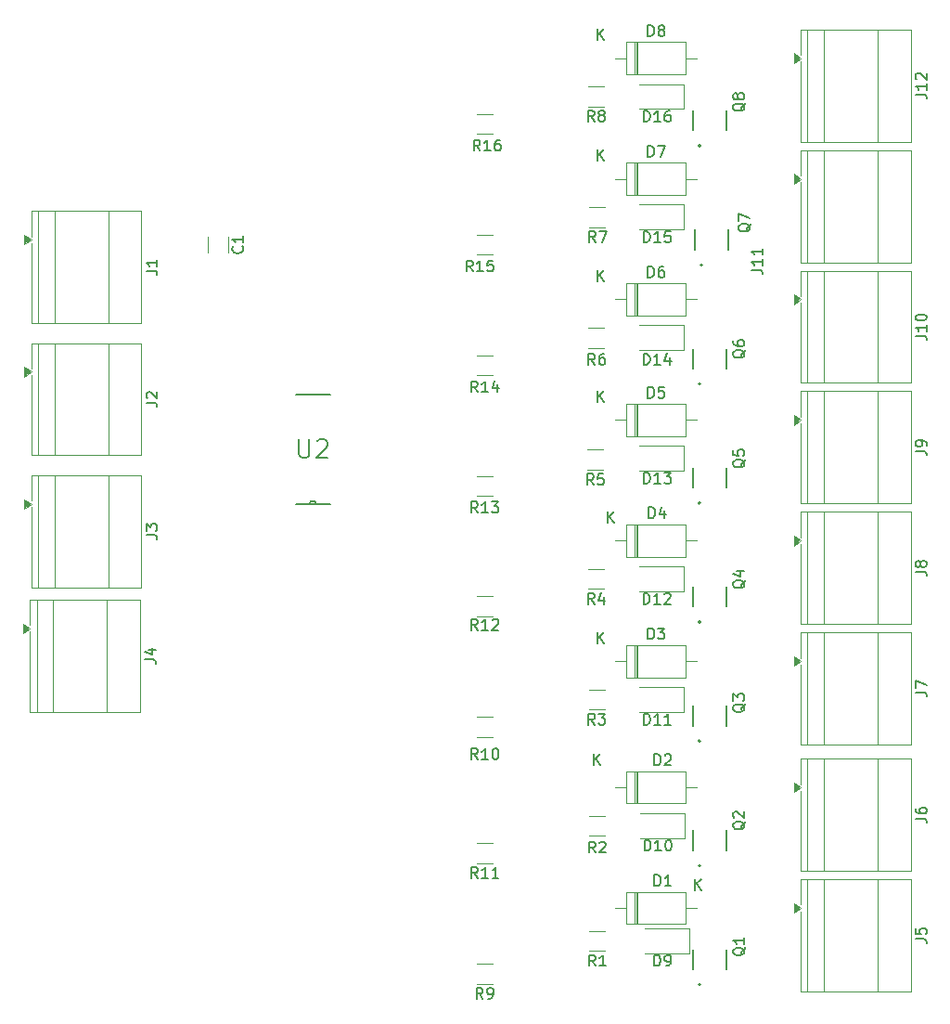
<source format=gbr>
%TF.GenerationSoftware,KiCad,Pcbnew,9.0.7*%
%TF.CreationDate,2026-02-02T23:09:49+01:00*%
%TF.ProjectId,shiftBoard,73686966-7442-46f6-9172-642e6b696361,rev?*%
%TF.SameCoordinates,Original*%
%TF.FileFunction,Legend,Top*%
%TF.FilePolarity,Positive*%
%FSLAX46Y46*%
G04 Gerber Fmt 4.6, Leading zero omitted, Abs format (unit mm)*
G04 Created by KiCad (PCBNEW 9.0.7) date 2026-02-02 23:09:49*
%MOMM*%
%LPD*%
G01*
G04 APERTURE LIST*
%ADD10C,0.150000*%
%ADD11C,0.120000*%
%ADD12C,0.127000*%
%ADD13C,0.200000*%
%ADD14C,0.152400*%
G04 APERTURE END LIST*
D10*
X223169405Y-61484819D02*
X223169405Y-60484819D01*
X223169405Y-60484819D02*
X223407500Y-60484819D01*
X223407500Y-60484819D02*
X223550357Y-60532438D01*
X223550357Y-60532438D02*
X223645595Y-60627676D01*
X223645595Y-60627676D02*
X223693214Y-60722914D01*
X223693214Y-60722914D02*
X223740833Y-60913390D01*
X223740833Y-60913390D02*
X223740833Y-61056247D01*
X223740833Y-61056247D02*
X223693214Y-61246723D01*
X223693214Y-61246723D02*
X223645595Y-61341961D01*
X223645595Y-61341961D02*
X223550357Y-61437200D01*
X223550357Y-61437200D02*
X223407500Y-61484819D01*
X223407500Y-61484819D02*
X223169405Y-61484819D01*
X224597976Y-60484819D02*
X224407500Y-60484819D01*
X224407500Y-60484819D02*
X224312262Y-60532438D01*
X224312262Y-60532438D02*
X224264643Y-60580057D01*
X224264643Y-60580057D02*
X224169405Y-60722914D01*
X224169405Y-60722914D02*
X224121786Y-60913390D01*
X224121786Y-60913390D02*
X224121786Y-61294342D01*
X224121786Y-61294342D02*
X224169405Y-61389580D01*
X224169405Y-61389580D02*
X224217024Y-61437200D01*
X224217024Y-61437200D02*
X224312262Y-61484819D01*
X224312262Y-61484819D02*
X224502738Y-61484819D01*
X224502738Y-61484819D02*
X224597976Y-61437200D01*
X224597976Y-61437200D02*
X224645595Y-61389580D01*
X224645595Y-61389580D02*
X224693214Y-61294342D01*
X224693214Y-61294342D02*
X224693214Y-61056247D01*
X224693214Y-61056247D02*
X224645595Y-60961009D01*
X224645595Y-60961009D02*
X224597976Y-60913390D01*
X224597976Y-60913390D02*
X224502738Y-60865771D01*
X224502738Y-60865771D02*
X224312262Y-60865771D01*
X224312262Y-60865771D02*
X224217024Y-60913390D01*
X224217024Y-60913390D02*
X224169405Y-60961009D01*
X224169405Y-60961009D02*
X224121786Y-61056247D01*
X218565595Y-61854819D02*
X218565595Y-60854819D01*
X219137023Y-61854819D02*
X218708452Y-61283390D01*
X219137023Y-60854819D02*
X218565595Y-61426247D01*
X232050057Y-100389523D02*
X232002438Y-100484761D01*
X232002438Y-100484761D02*
X231907200Y-100579999D01*
X231907200Y-100579999D02*
X231764342Y-100722856D01*
X231764342Y-100722856D02*
X231716723Y-100818094D01*
X231716723Y-100818094D02*
X231716723Y-100913332D01*
X231954819Y-100865713D02*
X231907200Y-100960951D01*
X231907200Y-100960951D02*
X231811961Y-101056189D01*
X231811961Y-101056189D02*
X231621485Y-101103808D01*
X231621485Y-101103808D02*
X231288152Y-101103808D01*
X231288152Y-101103808D02*
X231097676Y-101056189D01*
X231097676Y-101056189D02*
X231002438Y-100960951D01*
X231002438Y-100960951D02*
X230954819Y-100865713D01*
X230954819Y-100865713D02*
X230954819Y-100675237D01*
X230954819Y-100675237D02*
X231002438Y-100579999D01*
X231002438Y-100579999D02*
X231097676Y-100484761D01*
X231097676Y-100484761D02*
X231288152Y-100437142D01*
X231288152Y-100437142D02*
X231621485Y-100437142D01*
X231621485Y-100437142D02*
X231811961Y-100484761D01*
X231811961Y-100484761D02*
X231907200Y-100579999D01*
X231907200Y-100579999D02*
X231954819Y-100675237D01*
X231954819Y-100675237D02*
X231954819Y-100865713D01*
X230954819Y-100103808D02*
X230954819Y-99484761D01*
X230954819Y-99484761D02*
X231335771Y-99818094D01*
X231335771Y-99818094D02*
X231335771Y-99675237D01*
X231335771Y-99675237D02*
X231383390Y-99579999D01*
X231383390Y-99579999D02*
X231431009Y-99532380D01*
X231431009Y-99532380D02*
X231526247Y-99484761D01*
X231526247Y-99484761D02*
X231764342Y-99484761D01*
X231764342Y-99484761D02*
X231859580Y-99532380D01*
X231859580Y-99532380D02*
X231907200Y-99579999D01*
X231907200Y-99579999D02*
X231954819Y-99675237D01*
X231954819Y-99675237D02*
X231954819Y-99960951D01*
X231954819Y-99960951D02*
X231907200Y-100056189D01*
X231907200Y-100056189D02*
X231859580Y-100103808D01*
X207634642Y-71954819D02*
X207301309Y-71478628D01*
X207063214Y-71954819D02*
X207063214Y-70954819D01*
X207063214Y-70954819D02*
X207444166Y-70954819D01*
X207444166Y-70954819D02*
X207539404Y-71002438D01*
X207539404Y-71002438D02*
X207587023Y-71050057D01*
X207587023Y-71050057D02*
X207634642Y-71145295D01*
X207634642Y-71145295D02*
X207634642Y-71288152D01*
X207634642Y-71288152D02*
X207587023Y-71383390D01*
X207587023Y-71383390D02*
X207539404Y-71431009D01*
X207539404Y-71431009D02*
X207444166Y-71478628D01*
X207444166Y-71478628D02*
X207063214Y-71478628D01*
X208587023Y-71954819D02*
X208015595Y-71954819D01*
X208301309Y-71954819D02*
X208301309Y-70954819D01*
X208301309Y-70954819D02*
X208206071Y-71097676D01*
X208206071Y-71097676D02*
X208110833Y-71192914D01*
X208110833Y-71192914D02*
X208015595Y-71240533D01*
X209444166Y-71288152D02*
X209444166Y-71954819D01*
X209206071Y-70907200D02*
X208967976Y-71621485D01*
X208967976Y-71621485D02*
X209587023Y-71621485D01*
X232550057Y-56595238D02*
X232502438Y-56690476D01*
X232502438Y-56690476D02*
X232407200Y-56785714D01*
X232407200Y-56785714D02*
X232264342Y-56928571D01*
X232264342Y-56928571D02*
X232216723Y-57023809D01*
X232216723Y-57023809D02*
X232216723Y-57119047D01*
X232454819Y-57071428D02*
X232407200Y-57166666D01*
X232407200Y-57166666D02*
X232311961Y-57261904D01*
X232311961Y-57261904D02*
X232121485Y-57309523D01*
X232121485Y-57309523D02*
X231788152Y-57309523D01*
X231788152Y-57309523D02*
X231597676Y-57261904D01*
X231597676Y-57261904D02*
X231502438Y-57166666D01*
X231502438Y-57166666D02*
X231454819Y-57071428D01*
X231454819Y-57071428D02*
X231454819Y-56880952D01*
X231454819Y-56880952D02*
X231502438Y-56785714D01*
X231502438Y-56785714D02*
X231597676Y-56690476D01*
X231597676Y-56690476D02*
X231788152Y-56642857D01*
X231788152Y-56642857D02*
X232121485Y-56642857D01*
X232121485Y-56642857D02*
X232311961Y-56690476D01*
X232311961Y-56690476D02*
X232407200Y-56785714D01*
X232407200Y-56785714D02*
X232454819Y-56880952D01*
X232454819Y-56880952D02*
X232454819Y-57071428D01*
X231454819Y-56309523D02*
X231454819Y-55642857D01*
X231454819Y-55642857D02*
X232454819Y-56071428D01*
X223169405Y-72484819D02*
X223169405Y-71484819D01*
X223169405Y-71484819D02*
X223407500Y-71484819D01*
X223407500Y-71484819D02*
X223550357Y-71532438D01*
X223550357Y-71532438D02*
X223645595Y-71627676D01*
X223645595Y-71627676D02*
X223693214Y-71722914D01*
X223693214Y-71722914D02*
X223740833Y-71913390D01*
X223740833Y-71913390D02*
X223740833Y-72056247D01*
X223740833Y-72056247D02*
X223693214Y-72246723D01*
X223693214Y-72246723D02*
X223645595Y-72341961D01*
X223645595Y-72341961D02*
X223550357Y-72437200D01*
X223550357Y-72437200D02*
X223407500Y-72484819D01*
X223407500Y-72484819D02*
X223169405Y-72484819D01*
X224645595Y-71484819D02*
X224169405Y-71484819D01*
X224169405Y-71484819D02*
X224121786Y-71961009D01*
X224121786Y-71961009D02*
X224169405Y-71913390D01*
X224169405Y-71913390D02*
X224264643Y-71865771D01*
X224264643Y-71865771D02*
X224502738Y-71865771D01*
X224502738Y-71865771D02*
X224597976Y-71913390D01*
X224597976Y-71913390D02*
X224645595Y-71961009D01*
X224645595Y-71961009D02*
X224693214Y-72056247D01*
X224693214Y-72056247D02*
X224693214Y-72294342D01*
X224693214Y-72294342D02*
X224645595Y-72389580D01*
X224645595Y-72389580D02*
X224597976Y-72437200D01*
X224597976Y-72437200D02*
X224502738Y-72484819D01*
X224502738Y-72484819D02*
X224264643Y-72484819D01*
X224264643Y-72484819D02*
X224169405Y-72437200D01*
X224169405Y-72437200D02*
X224121786Y-72389580D01*
X218565595Y-72854819D02*
X218565595Y-71854819D01*
X219137023Y-72854819D02*
X218708452Y-72283390D01*
X219137023Y-71854819D02*
X218565595Y-72426247D01*
X222798214Y-58284819D02*
X222798214Y-57284819D01*
X222798214Y-57284819D02*
X223036309Y-57284819D01*
X223036309Y-57284819D02*
X223179166Y-57332438D01*
X223179166Y-57332438D02*
X223274404Y-57427676D01*
X223274404Y-57427676D02*
X223322023Y-57522914D01*
X223322023Y-57522914D02*
X223369642Y-57713390D01*
X223369642Y-57713390D02*
X223369642Y-57856247D01*
X223369642Y-57856247D02*
X223322023Y-58046723D01*
X223322023Y-58046723D02*
X223274404Y-58141961D01*
X223274404Y-58141961D02*
X223179166Y-58237200D01*
X223179166Y-58237200D02*
X223036309Y-58284819D01*
X223036309Y-58284819D02*
X222798214Y-58284819D01*
X224322023Y-58284819D02*
X223750595Y-58284819D01*
X224036309Y-58284819D02*
X224036309Y-57284819D01*
X224036309Y-57284819D02*
X223941071Y-57427676D01*
X223941071Y-57427676D02*
X223845833Y-57522914D01*
X223845833Y-57522914D02*
X223750595Y-57570533D01*
X225226785Y-57284819D02*
X224750595Y-57284819D01*
X224750595Y-57284819D02*
X224702976Y-57761009D01*
X224702976Y-57761009D02*
X224750595Y-57713390D01*
X224750595Y-57713390D02*
X224845833Y-57665771D01*
X224845833Y-57665771D02*
X225083928Y-57665771D01*
X225083928Y-57665771D02*
X225179166Y-57713390D01*
X225179166Y-57713390D02*
X225226785Y-57761009D01*
X225226785Y-57761009D02*
X225274404Y-57856247D01*
X225274404Y-57856247D02*
X225274404Y-58094342D01*
X225274404Y-58094342D02*
X225226785Y-58189580D01*
X225226785Y-58189580D02*
X225179166Y-58237200D01*
X225179166Y-58237200D02*
X225083928Y-58284819D01*
X225083928Y-58284819D02*
X224845833Y-58284819D01*
X224845833Y-58284819D02*
X224750595Y-58237200D01*
X224750595Y-58237200D02*
X224702976Y-58189580D01*
X207634642Y-82954819D02*
X207301309Y-82478628D01*
X207063214Y-82954819D02*
X207063214Y-81954819D01*
X207063214Y-81954819D02*
X207444166Y-81954819D01*
X207444166Y-81954819D02*
X207539404Y-82002438D01*
X207539404Y-82002438D02*
X207587023Y-82050057D01*
X207587023Y-82050057D02*
X207634642Y-82145295D01*
X207634642Y-82145295D02*
X207634642Y-82288152D01*
X207634642Y-82288152D02*
X207587023Y-82383390D01*
X207587023Y-82383390D02*
X207539404Y-82431009D01*
X207539404Y-82431009D02*
X207444166Y-82478628D01*
X207444166Y-82478628D02*
X207063214Y-82478628D01*
X208587023Y-82954819D02*
X208015595Y-82954819D01*
X208301309Y-82954819D02*
X208301309Y-81954819D01*
X208301309Y-81954819D02*
X208206071Y-82097676D01*
X208206071Y-82097676D02*
X208110833Y-82192914D01*
X208110833Y-82192914D02*
X208015595Y-82240533D01*
X208920357Y-81954819D02*
X209539404Y-81954819D01*
X209539404Y-81954819D02*
X209206071Y-82335771D01*
X209206071Y-82335771D02*
X209348928Y-82335771D01*
X209348928Y-82335771D02*
X209444166Y-82383390D01*
X209444166Y-82383390D02*
X209491785Y-82431009D01*
X209491785Y-82431009D02*
X209539404Y-82526247D01*
X209539404Y-82526247D02*
X209539404Y-82764342D01*
X209539404Y-82764342D02*
X209491785Y-82859580D01*
X209491785Y-82859580D02*
X209444166Y-82907200D01*
X209444166Y-82907200D02*
X209348928Y-82954819D01*
X209348928Y-82954819D02*
X209063214Y-82954819D01*
X209063214Y-82954819D02*
X208967976Y-82907200D01*
X208967976Y-82907200D02*
X208920357Y-82859580D01*
X223749405Y-124284819D02*
X223749405Y-123284819D01*
X223749405Y-123284819D02*
X223987500Y-123284819D01*
X223987500Y-123284819D02*
X224130357Y-123332438D01*
X224130357Y-123332438D02*
X224225595Y-123427676D01*
X224225595Y-123427676D02*
X224273214Y-123522914D01*
X224273214Y-123522914D02*
X224320833Y-123713390D01*
X224320833Y-123713390D02*
X224320833Y-123856247D01*
X224320833Y-123856247D02*
X224273214Y-124046723D01*
X224273214Y-124046723D02*
X224225595Y-124141961D01*
X224225595Y-124141961D02*
X224130357Y-124237200D01*
X224130357Y-124237200D02*
X223987500Y-124284819D01*
X223987500Y-124284819D02*
X223749405Y-124284819D01*
X224797024Y-124284819D02*
X224987500Y-124284819D01*
X224987500Y-124284819D02*
X225082738Y-124237200D01*
X225082738Y-124237200D02*
X225130357Y-124189580D01*
X225130357Y-124189580D02*
X225225595Y-124046723D01*
X225225595Y-124046723D02*
X225273214Y-123856247D01*
X225273214Y-123856247D02*
X225273214Y-123475295D01*
X225273214Y-123475295D02*
X225225595Y-123380057D01*
X225225595Y-123380057D02*
X225177976Y-123332438D01*
X225177976Y-123332438D02*
X225082738Y-123284819D01*
X225082738Y-123284819D02*
X224892262Y-123284819D01*
X224892262Y-123284819D02*
X224797024Y-123332438D01*
X224797024Y-123332438D02*
X224749405Y-123380057D01*
X224749405Y-123380057D02*
X224701786Y-123475295D01*
X224701786Y-123475295D02*
X224701786Y-123713390D01*
X224701786Y-123713390D02*
X224749405Y-123808628D01*
X224749405Y-123808628D02*
X224797024Y-123856247D01*
X224797024Y-123856247D02*
X224892262Y-123903866D01*
X224892262Y-123903866D02*
X225082738Y-123903866D01*
X225082738Y-123903866D02*
X225177976Y-123856247D01*
X225177976Y-123856247D02*
X225225595Y-123808628D01*
X225225595Y-123808628D02*
X225273214Y-123713390D01*
X247602319Y-88333333D02*
X248316604Y-88333333D01*
X248316604Y-88333333D02*
X248459461Y-88380952D01*
X248459461Y-88380952D02*
X248554700Y-88476190D01*
X248554700Y-88476190D02*
X248602319Y-88619047D01*
X248602319Y-88619047D02*
X248602319Y-88714285D01*
X248030890Y-87714285D02*
X247983271Y-87809523D01*
X247983271Y-87809523D02*
X247935652Y-87857142D01*
X247935652Y-87857142D02*
X247840414Y-87904761D01*
X247840414Y-87904761D02*
X247792795Y-87904761D01*
X247792795Y-87904761D02*
X247697557Y-87857142D01*
X247697557Y-87857142D02*
X247649938Y-87809523D01*
X247649938Y-87809523D02*
X247602319Y-87714285D01*
X247602319Y-87714285D02*
X247602319Y-87523809D01*
X247602319Y-87523809D02*
X247649938Y-87428571D01*
X247649938Y-87428571D02*
X247697557Y-87380952D01*
X247697557Y-87380952D02*
X247792795Y-87333333D01*
X247792795Y-87333333D02*
X247840414Y-87333333D01*
X247840414Y-87333333D02*
X247935652Y-87380952D01*
X247935652Y-87380952D02*
X247983271Y-87428571D01*
X247983271Y-87428571D02*
X248030890Y-87523809D01*
X248030890Y-87523809D02*
X248030890Y-87714285D01*
X248030890Y-87714285D02*
X248078509Y-87809523D01*
X248078509Y-87809523D02*
X248126128Y-87857142D01*
X248126128Y-87857142D02*
X248221366Y-87904761D01*
X248221366Y-87904761D02*
X248411842Y-87904761D01*
X248411842Y-87904761D02*
X248507080Y-87857142D01*
X248507080Y-87857142D02*
X248554700Y-87809523D01*
X248554700Y-87809523D02*
X248602319Y-87714285D01*
X248602319Y-87714285D02*
X248602319Y-87523809D01*
X248602319Y-87523809D02*
X248554700Y-87428571D01*
X248554700Y-87428571D02*
X248507080Y-87380952D01*
X248507080Y-87380952D02*
X248411842Y-87333333D01*
X248411842Y-87333333D02*
X248221366Y-87333333D01*
X248221366Y-87333333D02*
X248126128Y-87380952D01*
X248126128Y-87380952D02*
X248078509Y-87428571D01*
X248078509Y-87428571D02*
X248030890Y-87523809D01*
X208110833Y-127284819D02*
X207777500Y-126808628D01*
X207539405Y-127284819D02*
X207539405Y-126284819D01*
X207539405Y-126284819D02*
X207920357Y-126284819D01*
X207920357Y-126284819D02*
X208015595Y-126332438D01*
X208015595Y-126332438D02*
X208063214Y-126380057D01*
X208063214Y-126380057D02*
X208110833Y-126475295D01*
X208110833Y-126475295D02*
X208110833Y-126618152D01*
X208110833Y-126618152D02*
X208063214Y-126713390D01*
X208063214Y-126713390D02*
X208015595Y-126761009D01*
X208015595Y-126761009D02*
X207920357Y-126808628D01*
X207920357Y-126808628D02*
X207539405Y-126808628D01*
X208587024Y-127284819D02*
X208777500Y-127284819D01*
X208777500Y-127284819D02*
X208872738Y-127237200D01*
X208872738Y-127237200D02*
X208920357Y-127189580D01*
X208920357Y-127189580D02*
X209015595Y-127046723D01*
X209015595Y-127046723D02*
X209063214Y-126856247D01*
X209063214Y-126856247D02*
X209063214Y-126475295D01*
X209063214Y-126475295D02*
X209015595Y-126380057D01*
X209015595Y-126380057D02*
X208967976Y-126332438D01*
X208967976Y-126332438D02*
X208872738Y-126284819D01*
X208872738Y-126284819D02*
X208682262Y-126284819D01*
X208682262Y-126284819D02*
X208587024Y-126332438D01*
X208587024Y-126332438D02*
X208539405Y-126380057D01*
X208539405Y-126380057D02*
X208491786Y-126475295D01*
X208491786Y-126475295D02*
X208491786Y-126713390D01*
X208491786Y-126713390D02*
X208539405Y-126808628D01*
X208539405Y-126808628D02*
X208587024Y-126856247D01*
X208587024Y-126856247D02*
X208682262Y-126903866D01*
X208682262Y-126903866D02*
X208872738Y-126903866D01*
X208872738Y-126903866D02*
X208967976Y-126856247D01*
X208967976Y-126856247D02*
X209015595Y-126808628D01*
X209015595Y-126808628D02*
X209063214Y-126713390D01*
X247602319Y-44809523D02*
X248316604Y-44809523D01*
X248316604Y-44809523D02*
X248459461Y-44857142D01*
X248459461Y-44857142D02*
X248554700Y-44952380D01*
X248554700Y-44952380D02*
X248602319Y-45095237D01*
X248602319Y-45095237D02*
X248602319Y-45190475D01*
X248602319Y-43809523D02*
X248602319Y-44380951D01*
X248602319Y-44095237D02*
X247602319Y-44095237D01*
X247602319Y-44095237D02*
X247745176Y-44190475D01*
X247745176Y-44190475D02*
X247840414Y-44285713D01*
X247840414Y-44285713D02*
X247888033Y-44380951D01*
X247697557Y-43428570D02*
X247649938Y-43380951D01*
X247649938Y-43380951D02*
X247602319Y-43285713D01*
X247602319Y-43285713D02*
X247602319Y-43047618D01*
X247602319Y-43047618D02*
X247649938Y-42952380D01*
X247649938Y-42952380D02*
X247697557Y-42904761D01*
X247697557Y-42904761D02*
X247792795Y-42857142D01*
X247792795Y-42857142D02*
X247888033Y-42857142D01*
X247888033Y-42857142D02*
X248030890Y-42904761D01*
X248030890Y-42904761D02*
X248602319Y-43476189D01*
X248602319Y-43476189D02*
X248602319Y-42857142D01*
X222773214Y-91284819D02*
X222773214Y-90284819D01*
X222773214Y-90284819D02*
X223011309Y-90284819D01*
X223011309Y-90284819D02*
X223154166Y-90332438D01*
X223154166Y-90332438D02*
X223249404Y-90427676D01*
X223249404Y-90427676D02*
X223297023Y-90522914D01*
X223297023Y-90522914D02*
X223344642Y-90713390D01*
X223344642Y-90713390D02*
X223344642Y-90856247D01*
X223344642Y-90856247D02*
X223297023Y-91046723D01*
X223297023Y-91046723D02*
X223249404Y-91141961D01*
X223249404Y-91141961D02*
X223154166Y-91237200D01*
X223154166Y-91237200D02*
X223011309Y-91284819D01*
X223011309Y-91284819D02*
X222773214Y-91284819D01*
X224297023Y-91284819D02*
X223725595Y-91284819D01*
X224011309Y-91284819D02*
X224011309Y-90284819D01*
X224011309Y-90284819D02*
X223916071Y-90427676D01*
X223916071Y-90427676D02*
X223820833Y-90522914D01*
X223820833Y-90522914D02*
X223725595Y-90570533D01*
X224677976Y-90380057D02*
X224725595Y-90332438D01*
X224725595Y-90332438D02*
X224820833Y-90284819D01*
X224820833Y-90284819D02*
X225058928Y-90284819D01*
X225058928Y-90284819D02*
X225154166Y-90332438D01*
X225154166Y-90332438D02*
X225201785Y-90380057D01*
X225201785Y-90380057D02*
X225249404Y-90475295D01*
X225249404Y-90475295D02*
X225249404Y-90570533D01*
X225249404Y-90570533D02*
X225201785Y-90713390D01*
X225201785Y-90713390D02*
X224630357Y-91284819D01*
X224630357Y-91284819D02*
X225249404Y-91284819D01*
X207634642Y-105454819D02*
X207301309Y-104978628D01*
X207063214Y-105454819D02*
X207063214Y-104454819D01*
X207063214Y-104454819D02*
X207444166Y-104454819D01*
X207444166Y-104454819D02*
X207539404Y-104502438D01*
X207539404Y-104502438D02*
X207587023Y-104550057D01*
X207587023Y-104550057D02*
X207634642Y-104645295D01*
X207634642Y-104645295D02*
X207634642Y-104788152D01*
X207634642Y-104788152D02*
X207587023Y-104883390D01*
X207587023Y-104883390D02*
X207539404Y-104931009D01*
X207539404Y-104931009D02*
X207444166Y-104978628D01*
X207444166Y-104978628D02*
X207063214Y-104978628D01*
X208587023Y-105454819D02*
X208015595Y-105454819D01*
X208301309Y-105454819D02*
X208301309Y-104454819D01*
X208301309Y-104454819D02*
X208206071Y-104597676D01*
X208206071Y-104597676D02*
X208110833Y-104692914D01*
X208110833Y-104692914D02*
X208015595Y-104740533D01*
X209206071Y-104454819D02*
X209301309Y-104454819D01*
X209301309Y-104454819D02*
X209396547Y-104502438D01*
X209396547Y-104502438D02*
X209444166Y-104550057D01*
X209444166Y-104550057D02*
X209491785Y-104645295D01*
X209491785Y-104645295D02*
X209539404Y-104835771D01*
X209539404Y-104835771D02*
X209539404Y-105073866D01*
X209539404Y-105073866D02*
X209491785Y-105264342D01*
X209491785Y-105264342D02*
X209444166Y-105359580D01*
X209444166Y-105359580D02*
X209396547Y-105407200D01*
X209396547Y-105407200D02*
X209301309Y-105454819D01*
X209301309Y-105454819D02*
X209206071Y-105454819D01*
X209206071Y-105454819D02*
X209110833Y-105407200D01*
X209110833Y-105407200D02*
X209063214Y-105359580D01*
X209063214Y-105359580D02*
X209015595Y-105264342D01*
X209015595Y-105264342D02*
X208967976Y-105073866D01*
X208967976Y-105073866D02*
X208967976Y-104835771D01*
X208967976Y-104835771D02*
X209015595Y-104645295D01*
X209015595Y-104645295D02*
X209063214Y-104550057D01*
X209063214Y-104550057D02*
X209110833Y-104502438D01*
X209110833Y-104502438D02*
X209206071Y-104454819D01*
X223261905Y-83454819D02*
X223261905Y-82454819D01*
X223261905Y-82454819D02*
X223500000Y-82454819D01*
X223500000Y-82454819D02*
X223642857Y-82502438D01*
X223642857Y-82502438D02*
X223738095Y-82597676D01*
X223738095Y-82597676D02*
X223785714Y-82692914D01*
X223785714Y-82692914D02*
X223833333Y-82883390D01*
X223833333Y-82883390D02*
X223833333Y-83026247D01*
X223833333Y-83026247D02*
X223785714Y-83216723D01*
X223785714Y-83216723D02*
X223738095Y-83311961D01*
X223738095Y-83311961D02*
X223642857Y-83407200D01*
X223642857Y-83407200D02*
X223500000Y-83454819D01*
X223500000Y-83454819D02*
X223261905Y-83454819D01*
X224690476Y-82788152D02*
X224690476Y-83454819D01*
X224452381Y-82407200D02*
X224214286Y-83121485D01*
X224214286Y-83121485D02*
X224833333Y-83121485D01*
X219485595Y-83854819D02*
X219485595Y-82854819D01*
X220057023Y-83854819D02*
X219628452Y-83283390D01*
X220057023Y-82854819D02*
X219485595Y-83426247D01*
X177392319Y-60885833D02*
X178106604Y-60885833D01*
X178106604Y-60885833D02*
X178249461Y-60933452D01*
X178249461Y-60933452D02*
X178344700Y-61028690D01*
X178344700Y-61028690D02*
X178392319Y-61171547D01*
X178392319Y-61171547D02*
X178392319Y-61266785D01*
X178392319Y-59885833D02*
X178392319Y-60457261D01*
X178392319Y-60171547D02*
X177392319Y-60171547D01*
X177392319Y-60171547D02*
X177535176Y-60266785D01*
X177535176Y-60266785D02*
X177630414Y-60362023D01*
X177630414Y-60362023D02*
X177678033Y-60457261D01*
X218383333Y-124284819D02*
X218050000Y-123808628D01*
X217811905Y-124284819D02*
X217811905Y-123284819D01*
X217811905Y-123284819D02*
X218192857Y-123284819D01*
X218192857Y-123284819D02*
X218288095Y-123332438D01*
X218288095Y-123332438D02*
X218335714Y-123380057D01*
X218335714Y-123380057D02*
X218383333Y-123475295D01*
X218383333Y-123475295D02*
X218383333Y-123618152D01*
X218383333Y-123618152D02*
X218335714Y-123713390D01*
X218335714Y-123713390D02*
X218288095Y-123761009D01*
X218288095Y-123761009D02*
X218192857Y-123808628D01*
X218192857Y-123808628D02*
X217811905Y-123808628D01*
X219335714Y-124284819D02*
X218764286Y-124284819D01*
X219050000Y-124284819D02*
X219050000Y-123284819D01*
X219050000Y-123284819D02*
X218954762Y-123427676D01*
X218954762Y-123427676D02*
X218859524Y-123522914D01*
X218859524Y-123522914D02*
X218764286Y-123570533D01*
X247602319Y-110833333D02*
X248316604Y-110833333D01*
X248316604Y-110833333D02*
X248459461Y-110880952D01*
X248459461Y-110880952D02*
X248554700Y-110976190D01*
X248554700Y-110976190D02*
X248602319Y-111119047D01*
X248602319Y-111119047D02*
X248602319Y-111214285D01*
X247602319Y-109928571D02*
X247602319Y-110119047D01*
X247602319Y-110119047D02*
X247649938Y-110214285D01*
X247649938Y-110214285D02*
X247697557Y-110261904D01*
X247697557Y-110261904D02*
X247840414Y-110357142D01*
X247840414Y-110357142D02*
X248030890Y-110404761D01*
X248030890Y-110404761D02*
X248411842Y-110404761D01*
X248411842Y-110404761D02*
X248507080Y-110357142D01*
X248507080Y-110357142D02*
X248554700Y-110309523D01*
X248554700Y-110309523D02*
X248602319Y-110214285D01*
X248602319Y-110214285D02*
X248602319Y-110023809D01*
X248602319Y-110023809D02*
X248554700Y-109928571D01*
X248554700Y-109928571D02*
X248507080Y-109880952D01*
X248507080Y-109880952D02*
X248411842Y-109833333D01*
X248411842Y-109833333D02*
X248173747Y-109833333D01*
X248173747Y-109833333D02*
X248078509Y-109880952D01*
X248078509Y-109880952D02*
X248030890Y-109928571D01*
X248030890Y-109928571D02*
X247983271Y-110023809D01*
X247983271Y-110023809D02*
X247983271Y-110214285D01*
X247983271Y-110214285D02*
X248030890Y-110309523D01*
X248030890Y-110309523D02*
X248078509Y-110357142D01*
X248078509Y-110357142D02*
X248173747Y-110404761D01*
X207184642Y-60954819D02*
X206851309Y-60478628D01*
X206613214Y-60954819D02*
X206613214Y-59954819D01*
X206613214Y-59954819D02*
X206994166Y-59954819D01*
X206994166Y-59954819D02*
X207089404Y-60002438D01*
X207089404Y-60002438D02*
X207137023Y-60050057D01*
X207137023Y-60050057D02*
X207184642Y-60145295D01*
X207184642Y-60145295D02*
X207184642Y-60288152D01*
X207184642Y-60288152D02*
X207137023Y-60383390D01*
X207137023Y-60383390D02*
X207089404Y-60431009D01*
X207089404Y-60431009D02*
X206994166Y-60478628D01*
X206994166Y-60478628D02*
X206613214Y-60478628D01*
X208137023Y-60954819D02*
X207565595Y-60954819D01*
X207851309Y-60954819D02*
X207851309Y-59954819D01*
X207851309Y-59954819D02*
X207756071Y-60097676D01*
X207756071Y-60097676D02*
X207660833Y-60192914D01*
X207660833Y-60192914D02*
X207565595Y-60240533D01*
X209041785Y-59954819D02*
X208565595Y-59954819D01*
X208565595Y-59954819D02*
X208517976Y-60431009D01*
X208517976Y-60431009D02*
X208565595Y-60383390D01*
X208565595Y-60383390D02*
X208660833Y-60335771D01*
X208660833Y-60335771D02*
X208898928Y-60335771D01*
X208898928Y-60335771D02*
X208994166Y-60383390D01*
X208994166Y-60383390D02*
X209041785Y-60431009D01*
X209041785Y-60431009D02*
X209089404Y-60526247D01*
X209089404Y-60526247D02*
X209089404Y-60764342D01*
X209089404Y-60764342D02*
X209041785Y-60859580D01*
X209041785Y-60859580D02*
X208994166Y-60907200D01*
X208994166Y-60907200D02*
X208898928Y-60954819D01*
X208898928Y-60954819D02*
X208660833Y-60954819D01*
X208660833Y-60954819D02*
X208565595Y-60907200D01*
X208565595Y-60907200D02*
X208517976Y-60859580D01*
X186147080Y-58666666D02*
X186194700Y-58714285D01*
X186194700Y-58714285D02*
X186242319Y-58857142D01*
X186242319Y-58857142D02*
X186242319Y-58952380D01*
X186242319Y-58952380D02*
X186194700Y-59095237D01*
X186194700Y-59095237D02*
X186099461Y-59190475D01*
X186099461Y-59190475D02*
X186004223Y-59238094D01*
X186004223Y-59238094D02*
X185813747Y-59285713D01*
X185813747Y-59285713D02*
X185670890Y-59285713D01*
X185670890Y-59285713D02*
X185480414Y-59238094D01*
X185480414Y-59238094D02*
X185385176Y-59190475D01*
X185385176Y-59190475D02*
X185289938Y-59095237D01*
X185289938Y-59095237D02*
X185242319Y-58952380D01*
X185242319Y-58952380D02*
X185242319Y-58857142D01*
X185242319Y-58857142D02*
X185289938Y-58714285D01*
X185289938Y-58714285D02*
X185337557Y-58666666D01*
X186242319Y-57714285D02*
X186242319Y-58285713D01*
X186242319Y-57999999D02*
X185242319Y-57999999D01*
X185242319Y-57999999D02*
X185385176Y-58095237D01*
X185385176Y-58095237D02*
X185480414Y-58190475D01*
X185480414Y-58190475D02*
X185528033Y-58285713D01*
X232050057Y-122595238D02*
X232002438Y-122690476D01*
X232002438Y-122690476D02*
X231907200Y-122785714D01*
X231907200Y-122785714D02*
X231764342Y-122928571D01*
X231764342Y-122928571D02*
X231716723Y-123023809D01*
X231716723Y-123023809D02*
X231716723Y-123119047D01*
X231954819Y-123071428D02*
X231907200Y-123166666D01*
X231907200Y-123166666D02*
X231811961Y-123261904D01*
X231811961Y-123261904D02*
X231621485Y-123309523D01*
X231621485Y-123309523D02*
X231288152Y-123309523D01*
X231288152Y-123309523D02*
X231097676Y-123261904D01*
X231097676Y-123261904D02*
X231002438Y-123166666D01*
X231002438Y-123166666D02*
X230954819Y-123071428D01*
X230954819Y-123071428D02*
X230954819Y-122880952D01*
X230954819Y-122880952D02*
X231002438Y-122785714D01*
X231002438Y-122785714D02*
X231097676Y-122690476D01*
X231097676Y-122690476D02*
X231288152Y-122642857D01*
X231288152Y-122642857D02*
X231621485Y-122642857D01*
X231621485Y-122642857D02*
X231811961Y-122690476D01*
X231811961Y-122690476D02*
X231907200Y-122785714D01*
X231907200Y-122785714D02*
X231954819Y-122880952D01*
X231954819Y-122880952D02*
X231954819Y-123071428D01*
X231954819Y-121690476D02*
X231954819Y-122261904D01*
X231954819Y-121976190D02*
X230954819Y-121976190D01*
X230954819Y-121976190D02*
X231097676Y-122071428D01*
X231097676Y-122071428D02*
X231192914Y-122166666D01*
X231192914Y-122166666D02*
X231240533Y-122261904D01*
X218333333Y-69454819D02*
X218000000Y-68978628D01*
X217761905Y-69454819D02*
X217761905Y-68454819D01*
X217761905Y-68454819D02*
X218142857Y-68454819D01*
X218142857Y-68454819D02*
X218238095Y-68502438D01*
X218238095Y-68502438D02*
X218285714Y-68550057D01*
X218285714Y-68550057D02*
X218333333Y-68645295D01*
X218333333Y-68645295D02*
X218333333Y-68788152D01*
X218333333Y-68788152D02*
X218285714Y-68883390D01*
X218285714Y-68883390D02*
X218238095Y-68931009D01*
X218238095Y-68931009D02*
X218142857Y-68978628D01*
X218142857Y-68978628D02*
X217761905Y-68978628D01*
X219190476Y-68454819D02*
X219000000Y-68454819D01*
X219000000Y-68454819D02*
X218904762Y-68502438D01*
X218904762Y-68502438D02*
X218857143Y-68550057D01*
X218857143Y-68550057D02*
X218761905Y-68692914D01*
X218761905Y-68692914D02*
X218714286Y-68883390D01*
X218714286Y-68883390D02*
X218714286Y-69264342D01*
X218714286Y-69264342D02*
X218761905Y-69359580D01*
X218761905Y-69359580D02*
X218809524Y-69407200D01*
X218809524Y-69407200D02*
X218904762Y-69454819D01*
X218904762Y-69454819D02*
X219095238Y-69454819D01*
X219095238Y-69454819D02*
X219190476Y-69407200D01*
X219190476Y-69407200D02*
X219238095Y-69359580D01*
X219238095Y-69359580D02*
X219285714Y-69264342D01*
X219285714Y-69264342D02*
X219285714Y-69026247D01*
X219285714Y-69026247D02*
X219238095Y-68931009D01*
X219238095Y-68931009D02*
X219190476Y-68883390D01*
X219190476Y-68883390D02*
X219095238Y-68835771D01*
X219095238Y-68835771D02*
X218904762Y-68835771D01*
X218904762Y-68835771D02*
X218809524Y-68883390D01*
X218809524Y-68883390D02*
X218761905Y-68931009D01*
X218761905Y-68931009D02*
X218714286Y-69026247D01*
X223761905Y-105984819D02*
X223761905Y-104984819D01*
X223761905Y-104984819D02*
X224000000Y-104984819D01*
X224000000Y-104984819D02*
X224142857Y-105032438D01*
X224142857Y-105032438D02*
X224238095Y-105127676D01*
X224238095Y-105127676D02*
X224285714Y-105222914D01*
X224285714Y-105222914D02*
X224333333Y-105413390D01*
X224333333Y-105413390D02*
X224333333Y-105556247D01*
X224333333Y-105556247D02*
X224285714Y-105746723D01*
X224285714Y-105746723D02*
X224238095Y-105841961D01*
X224238095Y-105841961D02*
X224142857Y-105937200D01*
X224142857Y-105937200D02*
X224000000Y-105984819D01*
X224000000Y-105984819D02*
X223761905Y-105984819D01*
X224714286Y-105080057D02*
X224761905Y-105032438D01*
X224761905Y-105032438D02*
X224857143Y-104984819D01*
X224857143Y-104984819D02*
X225095238Y-104984819D01*
X225095238Y-104984819D02*
X225190476Y-105032438D01*
X225190476Y-105032438D02*
X225238095Y-105080057D01*
X225238095Y-105080057D02*
X225285714Y-105175295D01*
X225285714Y-105175295D02*
X225285714Y-105270533D01*
X225285714Y-105270533D02*
X225238095Y-105413390D01*
X225238095Y-105413390D02*
X224666667Y-105984819D01*
X224666667Y-105984819D02*
X225285714Y-105984819D01*
X218238095Y-105954819D02*
X218238095Y-104954819D01*
X218809523Y-105954819D02*
X218380952Y-105383390D01*
X218809523Y-104954819D02*
X218238095Y-105526247D01*
X218383333Y-113954819D02*
X218050000Y-113478628D01*
X217811905Y-113954819D02*
X217811905Y-112954819D01*
X217811905Y-112954819D02*
X218192857Y-112954819D01*
X218192857Y-112954819D02*
X218288095Y-113002438D01*
X218288095Y-113002438D02*
X218335714Y-113050057D01*
X218335714Y-113050057D02*
X218383333Y-113145295D01*
X218383333Y-113145295D02*
X218383333Y-113288152D01*
X218383333Y-113288152D02*
X218335714Y-113383390D01*
X218335714Y-113383390D02*
X218288095Y-113431009D01*
X218288095Y-113431009D02*
X218192857Y-113478628D01*
X218192857Y-113478628D02*
X217811905Y-113478628D01*
X218764286Y-113050057D02*
X218811905Y-113002438D01*
X218811905Y-113002438D02*
X218907143Y-112954819D01*
X218907143Y-112954819D02*
X219145238Y-112954819D01*
X219145238Y-112954819D02*
X219240476Y-113002438D01*
X219240476Y-113002438D02*
X219288095Y-113050057D01*
X219288095Y-113050057D02*
X219335714Y-113145295D01*
X219335714Y-113145295D02*
X219335714Y-113240533D01*
X219335714Y-113240533D02*
X219288095Y-113383390D01*
X219288095Y-113383390D02*
X218716667Y-113954819D01*
X218716667Y-113954819D02*
X219335714Y-113954819D01*
X223169405Y-50484819D02*
X223169405Y-49484819D01*
X223169405Y-49484819D02*
X223407500Y-49484819D01*
X223407500Y-49484819D02*
X223550357Y-49532438D01*
X223550357Y-49532438D02*
X223645595Y-49627676D01*
X223645595Y-49627676D02*
X223693214Y-49722914D01*
X223693214Y-49722914D02*
X223740833Y-49913390D01*
X223740833Y-49913390D02*
X223740833Y-50056247D01*
X223740833Y-50056247D02*
X223693214Y-50246723D01*
X223693214Y-50246723D02*
X223645595Y-50341961D01*
X223645595Y-50341961D02*
X223550357Y-50437200D01*
X223550357Y-50437200D02*
X223407500Y-50484819D01*
X223407500Y-50484819D02*
X223169405Y-50484819D01*
X224074167Y-49484819D02*
X224740833Y-49484819D01*
X224740833Y-49484819D02*
X224312262Y-50484819D01*
X218565595Y-50854819D02*
X218565595Y-49854819D01*
X219137023Y-50854819D02*
X218708452Y-50283390D01*
X219137023Y-49854819D02*
X218565595Y-50426247D01*
X232050057Y-89095238D02*
X232002438Y-89190476D01*
X232002438Y-89190476D02*
X231907200Y-89285714D01*
X231907200Y-89285714D02*
X231764342Y-89428571D01*
X231764342Y-89428571D02*
X231716723Y-89523809D01*
X231716723Y-89523809D02*
X231716723Y-89619047D01*
X231954819Y-89571428D02*
X231907200Y-89666666D01*
X231907200Y-89666666D02*
X231811961Y-89761904D01*
X231811961Y-89761904D02*
X231621485Y-89809523D01*
X231621485Y-89809523D02*
X231288152Y-89809523D01*
X231288152Y-89809523D02*
X231097676Y-89761904D01*
X231097676Y-89761904D02*
X231002438Y-89666666D01*
X231002438Y-89666666D02*
X230954819Y-89571428D01*
X230954819Y-89571428D02*
X230954819Y-89380952D01*
X230954819Y-89380952D02*
X231002438Y-89285714D01*
X231002438Y-89285714D02*
X231097676Y-89190476D01*
X231097676Y-89190476D02*
X231288152Y-89142857D01*
X231288152Y-89142857D02*
X231621485Y-89142857D01*
X231621485Y-89142857D02*
X231811961Y-89190476D01*
X231811961Y-89190476D02*
X231907200Y-89285714D01*
X231907200Y-89285714D02*
X231954819Y-89380952D01*
X231954819Y-89380952D02*
X231954819Y-89571428D01*
X231288152Y-88285714D02*
X231954819Y-88285714D01*
X230907200Y-88523809D02*
X231621485Y-88761904D01*
X231621485Y-88761904D02*
X231621485Y-88142857D01*
X177274819Y-96333333D02*
X177989104Y-96333333D01*
X177989104Y-96333333D02*
X178131961Y-96380952D01*
X178131961Y-96380952D02*
X178227200Y-96476190D01*
X178227200Y-96476190D02*
X178274819Y-96619047D01*
X178274819Y-96619047D02*
X178274819Y-96714285D01*
X177608152Y-95428571D02*
X178274819Y-95428571D01*
X177227200Y-95666666D02*
X177941485Y-95904761D01*
X177941485Y-95904761D02*
X177941485Y-95285714D01*
X207634642Y-93644819D02*
X207301309Y-93168628D01*
X207063214Y-93644819D02*
X207063214Y-92644819D01*
X207063214Y-92644819D02*
X207444166Y-92644819D01*
X207444166Y-92644819D02*
X207539404Y-92692438D01*
X207539404Y-92692438D02*
X207587023Y-92740057D01*
X207587023Y-92740057D02*
X207634642Y-92835295D01*
X207634642Y-92835295D02*
X207634642Y-92978152D01*
X207634642Y-92978152D02*
X207587023Y-93073390D01*
X207587023Y-93073390D02*
X207539404Y-93121009D01*
X207539404Y-93121009D02*
X207444166Y-93168628D01*
X207444166Y-93168628D02*
X207063214Y-93168628D01*
X208587023Y-93644819D02*
X208015595Y-93644819D01*
X208301309Y-93644819D02*
X208301309Y-92644819D01*
X208301309Y-92644819D02*
X208206071Y-92787676D01*
X208206071Y-92787676D02*
X208110833Y-92882914D01*
X208110833Y-92882914D02*
X208015595Y-92930533D01*
X208967976Y-92740057D02*
X209015595Y-92692438D01*
X209015595Y-92692438D02*
X209110833Y-92644819D01*
X209110833Y-92644819D02*
X209348928Y-92644819D01*
X209348928Y-92644819D02*
X209444166Y-92692438D01*
X209444166Y-92692438D02*
X209491785Y-92740057D01*
X209491785Y-92740057D02*
X209539404Y-92835295D01*
X209539404Y-92835295D02*
X209539404Y-92930533D01*
X209539404Y-92930533D02*
X209491785Y-93073390D01*
X209491785Y-93073390D02*
X208920357Y-93644819D01*
X208920357Y-93644819D02*
X209539404Y-93644819D01*
X218333333Y-102284819D02*
X218000000Y-101808628D01*
X217761905Y-102284819D02*
X217761905Y-101284819D01*
X217761905Y-101284819D02*
X218142857Y-101284819D01*
X218142857Y-101284819D02*
X218238095Y-101332438D01*
X218238095Y-101332438D02*
X218285714Y-101380057D01*
X218285714Y-101380057D02*
X218333333Y-101475295D01*
X218333333Y-101475295D02*
X218333333Y-101618152D01*
X218333333Y-101618152D02*
X218285714Y-101713390D01*
X218285714Y-101713390D02*
X218238095Y-101761009D01*
X218238095Y-101761009D02*
X218142857Y-101808628D01*
X218142857Y-101808628D02*
X217761905Y-101808628D01*
X218666667Y-101284819D02*
X219285714Y-101284819D01*
X219285714Y-101284819D02*
X218952381Y-101665771D01*
X218952381Y-101665771D02*
X219095238Y-101665771D01*
X219095238Y-101665771D02*
X219190476Y-101713390D01*
X219190476Y-101713390D02*
X219238095Y-101761009D01*
X219238095Y-101761009D02*
X219285714Y-101856247D01*
X219285714Y-101856247D02*
X219285714Y-102094342D01*
X219285714Y-102094342D02*
X219238095Y-102189580D01*
X219238095Y-102189580D02*
X219190476Y-102237200D01*
X219190476Y-102237200D02*
X219095238Y-102284819D01*
X219095238Y-102284819D02*
X218809524Y-102284819D01*
X218809524Y-102284819D02*
X218714286Y-102237200D01*
X218714286Y-102237200D02*
X218666667Y-102189580D01*
X222798214Y-102284819D02*
X222798214Y-101284819D01*
X222798214Y-101284819D02*
X223036309Y-101284819D01*
X223036309Y-101284819D02*
X223179166Y-101332438D01*
X223179166Y-101332438D02*
X223274404Y-101427676D01*
X223274404Y-101427676D02*
X223322023Y-101522914D01*
X223322023Y-101522914D02*
X223369642Y-101713390D01*
X223369642Y-101713390D02*
X223369642Y-101856247D01*
X223369642Y-101856247D02*
X223322023Y-102046723D01*
X223322023Y-102046723D02*
X223274404Y-102141961D01*
X223274404Y-102141961D02*
X223179166Y-102237200D01*
X223179166Y-102237200D02*
X223036309Y-102284819D01*
X223036309Y-102284819D02*
X222798214Y-102284819D01*
X224322023Y-102284819D02*
X223750595Y-102284819D01*
X224036309Y-102284819D02*
X224036309Y-101284819D01*
X224036309Y-101284819D02*
X223941071Y-101427676D01*
X223941071Y-101427676D02*
X223845833Y-101522914D01*
X223845833Y-101522914D02*
X223750595Y-101570533D01*
X225274404Y-102284819D02*
X224702976Y-102284819D01*
X224988690Y-102284819D02*
X224988690Y-101284819D01*
X224988690Y-101284819D02*
X224893452Y-101427676D01*
X224893452Y-101427676D02*
X224798214Y-101522914D01*
X224798214Y-101522914D02*
X224702976Y-101570533D01*
X232050057Y-68095238D02*
X232002438Y-68190476D01*
X232002438Y-68190476D02*
X231907200Y-68285714D01*
X231907200Y-68285714D02*
X231764342Y-68428571D01*
X231764342Y-68428571D02*
X231716723Y-68523809D01*
X231716723Y-68523809D02*
X231716723Y-68619047D01*
X231954819Y-68571428D02*
X231907200Y-68666666D01*
X231907200Y-68666666D02*
X231811961Y-68761904D01*
X231811961Y-68761904D02*
X231621485Y-68809523D01*
X231621485Y-68809523D02*
X231288152Y-68809523D01*
X231288152Y-68809523D02*
X231097676Y-68761904D01*
X231097676Y-68761904D02*
X231002438Y-68666666D01*
X231002438Y-68666666D02*
X230954819Y-68571428D01*
X230954819Y-68571428D02*
X230954819Y-68380952D01*
X230954819Y-68380952D02*
X231002438Y-68285714D01*
X231002438Y-68285714D02*
X231097676Y-68190476D01*
X231097676Y-68190476D02*
X231288152Y-68142857D01*
X231288152Y-68142857D02*
X231621485Y-68142857D01*
X231621485Y-68142857D02*
X231811961Y-68190476D01*
X231811961Y-68190476D02*
X231907200Y-68285714D01*
X231907200Y-68285714D02*
X231954819Y-68380952D01*
X231954819Y-68380952D02*
X231954819Y-68571428D01*
X230954819Y-67285714D02*
X230954819Y-67476190D01*
X230954819Y-67476190D02*
X231002438Y-67571428D01*
X231002438Y-67571428D02*
X231050057Y-67619047D01*
X231050057Y-67619047D02*
X231192914Y-67714285D01*
X231192914Y-67714285D02*
X231383390Y-67761904D01*
X231383390Y-67761904D02*
X231764342Y-67761904D01*
X231764342Y-67761904D02*
X231859580Y-67714285D01*
X231859580Y-67714285D02*
X231907200Y-67666666D01*
X231907200Y-67666666D02*
X231954819Y-67571428D01*
X231954819Y-67571428D02*
X231954819Y-67380952D01*
X231954819Y-67380952D02*
X231907200Y-67285714D01*
X231907200Y-67285714D02*
X231859580Y-67238095D01*
X231859580Y-67238095D02*
X231764342Y-67190476D01*
X231764342Y-67190476D02*
X231526247Y-67190476D01*
X231526247Y-67190476D02*
X231431009Y-67238095D01*
X231431009Y-67238095D02*
X231383390Y-67285714D01*
X231383390Y-67285714D02*
X231335771Y-67380952D01*
X231335771Y-67380952D02*
X231335771Y-67571428D01*
X231335771Y-67571428D02*
X231383390Y-67666666D01*
X231383390Y-67666666D02*
X231431009Y-67714285D01*
X231431009Y-67714285D02*
X231526247Y-67761904D01*
X247602319Y-77333333D02*
X248316604Y-77333333D01*
X248316604Y-77333333D02*
X248459461Y-77380952D01*
X248459461Y-77380952D02*
X248554700Y-77476190D01*
X248554700Y-77476190D02*
X248602319Y-77619047D01*
X248602319Y-77619047D02*
X248602319Y-77714285D01*
X248602319Y-76809523D02*
X248602319Y-76619047D01*
X248602319Y-76619047D02*
X248554700Y-76523809D01*
X248554700Y-76523809D02*
X248507080Y-76476190D01*
X248507080Y-76476190D02*
X248364223Y-76380952D01*
X248364223Y-76380952D02*
X248173747Y-76333333D01*
X248173747Y-76333333D02*
X247792795Y-76333333D01*
X247792795Y-76333333D02*
X247697557Y-76380952D01*
X247697557Y-76380952D02*
X247649938Y-76428571D01*
X247649938Y-76428571D02*
X247602319Y-76523809D01*
X247602319Y-76523809D02*
X247602319Y-76714285D01*
X247602319Y-76714285D02*
X247649938Y-76809523D01*
X247649938Y-76809523D02*
X247697557Y-76857142D01*
X247697557Y-76857142D02*
X247792795Y-76904761D01*
X247792795Y-76904761D02*
X248030890Y-76904761D01*
X248030890Y-76904761D02*
X248126128Y-76857142D01*
X248126128Y-76857142D02*
X248173747Y-76809523D01*
X248173747Y-76809523D02*
X248221366Y-76714285D01*
X248221366Y-76714285D02*
X248221366Y-76523809D01*
X248221366Y-76523809D02*
X248173747Y-76428571D01*
X248173747Y-76428571D02*
X248126128Y-76380952D01*
X248126128Y-76380952D02*
X248030890Y-76333333D01*
X222798214Y-47284819D02*
X222798214Y-46284819D01*
X222798214Y-46284819D02*
X223036309Y-46284819D01*
X223036309Y-46284819D02*
X223179166Y-46332438D01*
X223179166Y-46332438D02*
X223274404Y-46427676D01*
X223274404Y-46427676D02*
X223322023Y-46522914D01*
X223322023Y-46522914D02*
X223369642Y-46713390D01*
X223369642Y-46713390D02*
X223369642Y-46856247D01*
X223369642Y-46856247D02*
X223322023Y-47046723D01*
X223322023Y-47046723D02*
X223274404Y-47141961D01*
X223274404Y-47141961D02*
X223179166Y-47237200D01*
X223179166Y-47237200D02*
X223036309Y-47284819D01*
X223036309Y-47284819D02*
X222798214Y-47284819D01*
X224322023Y-47284819D02*
X223750595Y-47284819D01*
X224036309Y-47284819D02*
X224036309Y-46284819D01*
X224036309Y-46284819D02*
X223941071Y-46427676D01*
X223941071Y-46427676D02*
X223845833Y-46522914D01*
X223845833Y-46522914D02*
X223750595Y-46570533D01*
X225179166Y-46284819D02*
X224988690Y-46284819D01*
X224988690Y-46284819D02*
X224893452Y-46332438D01*
X224893452Y-46332438D02*
X224845833Y-46380057D01*
X224845833Y-46380057D02*
X224750595Y-46522914D01*
X224750595Y-46522914D02*
X224702976Y-46713390D01*
X224702976Y-46713390D02*
X224702976Y-47094342D01*
X224702976Y-47094342D02*
X224750595Y-47189580D01*
X224750595Y-47189580D02*
X224798214Y-47237200D01*
X224798214Y-47237200D02*
X224893452Y-47284819D01*
X224893452Y-47284819D02*
X225083928Y-47284819D01*
X225083928Y-47284819D02*
X225179166Y-47237200D01*
X225179166Y-47237200D02*
X225226785Y-47189580D01*
X225226785Y-47189580D02*
X225274404Y-47094342D01*
X225274404Y-47094342D02*
X225274404Y-46856247D01*
X225274404Y-46856247D02*
X225226785Y-46761009D01*
X225226785Y-46761009D02*
X225179166Y-46713390D01*
X225179166Y-46713390D02*
X225083928Y-46665771D01*
X225083928Y-46665771D02*
X224893452Y-46665771D01*
X224893452Y-46665771D02*
X224798214Y-46713390D01*
X224798214Y-46713390D02*
X224750595Y-46761009D01*
X224750595Y-46761009D02*
X224702976Y-46856247D01*
X223761905Y-116984819D02*
X223761905Y-115984819D01*
X223761905Y-115984819D02*
X224000000Y-115984819D01*
X224000000Y-115984819D02*
X224142857Y-116032438D01*
X224142857Y-116032438D02*
X224238095Y-116127676D01*
X224238095Y-116127676D02*
X224285714Y-116222914D01*
X224285714Y-116222914D02*
X224333333Y-116413390D01*
X224333333Y-116413390D02*
X224333333Y-116556247D01*
X224333333Y-116556247D02*
X224285714Y-116746723D01*
X224285714Y-116746723D02*
X224238095Y-116841961D01*
X224238095Y-116841961D02*
X224142857Y-116937200D01*
X224142857Y-116937200D02*
X224000000Y-116984819D01*
X224000000Y-116984819D02*
X223761905Y-116984819D01*
X225285714Y-116984819D02*
X224714286Y-116984819D01*
X225000000Y-116984819D02*
X225000000Y-115984819D01*
X225000000Y-115984819D02*
X224904762Y-116127676D01*
X224904762Y-116127676D02*
X224809524Y-116222914D01*
X224809524Y-116222914D02*
X224714286Y-116270533D01*
X227475595Y-117354819D02*
X227475595Y-116354819D01*
X228047023Y-117354819D02*
X227618452Y-116783390D01*
X228047023Y-116354819D02*
X227475595Y-116926247D01*
X207857142Y-49954819D02*
X207523809Y-49478628D01*
X207285714Y-49954819D02*
X207285714Y-48954819D01*
X207285714Y-48954819D02*
X207666666Y-48954819D01*
X207666666Y-48954819D02*
X207761904Y-49002438D01*
X207761904Y-49002438D02*
X207809523Y-49050057D01*
X207809523Y-49050057D02*
X207857142Y-49145295D01*
X207857142Y-49145295D02*
X207857142Y-49288152D01*
X207857142Y-49288152D02*
X207809523Y-49383390D01*
X207809523Y-49383390D02*
X207761904Y-49431009D01*
X207761904Y-49431009D02*
X207666666Y-49478628D01*
X207666666Y-49478628D02*
X207285714Y-49478628D01*
X208809523Y-49954819D02*
X208238095Y-49954819D01*
X208523809Y-49954819D02*
X208523809Y-48954819D01*
X208523809Y-48954819D02*
X208428571Y-49097676D01*
X208428571Y-49097676D02*
X208333333Y-49192914D01*
X208333333Y-49192914D02*
X208238095Y-49240533D01*
X209666666Y-48954819D02*
X209476190Y-48954819D01*
X209476190Y-48954819D02*
X209380952Y-49002438D01*
X209380952Y-49002438D02*
X209333333Y-49050057D01*
X209333333Y-49050057D02*
X209238095Y-49192914D01*
X209238095Y-49192914D02*
X209190476Y-49383390D01*
X209190476Y-49383390D02*
X209190476Y-49764342D01*
X209190476Y-49764342D02*
X209238095Y-49859580D01*
X209238095Y-49859580D02*
X209285714Y-49907200D01*
X209285714Y-49907200D02*
X209380952Y-49954819D01*
X209380952Y-49954819D02*
X209571428Y-49954819D01*
X209571428Y-49954819D02*
X209666666Y-49907200D01*
X209666666Y-49907200D02*
X209714285Y-49859580D01*
X209714285Y-49859580D02*
X209761904Y-49764342D01*
X209761904Y-49764342D02*
X209761904Y-49526247D01*
X209761904Y-49526247D02*
X209714285Y-49431009D01*
X209714285Y-49431009D02*
X209666666Y-49383390D01*
X209666666Y-49383390D02*
X209571428Y-49335771D01*
X209571428Y-49335771D02*
X209380952Y-49335771D01*
X209380952Y-49335771D02*
X209285714Y-49383390D01*
X209285714Y-49383390D02*
X209238095Y-49431009D01*
X209238095Y-49431009D02*
X209190476Y-49526247D01*
X218283333Y-47284819D02*
X217950000Y-46808628D01*
X217711905Y-47284819D02*
X217711905Y-46284819D01*
X217711905Y-46284819D02*
X218092857Y-46284819D01*
X218092857Y-46284819D02*
X218188095Y-46332438D01*
X218188095Y-46332438D02*
X218235714Y-46380057D01*
X218235714Y-46380057D02*
X218283333Y-46475295D01*
X218283333Y-46475295D02*
X218283333Y-46618152D01*
X218283333Y-46618152D02*
X218235714Y-46713390D01*
X218235714Y-46713390D02*
X218188095Y-46761009D01*
X218188095Y-46761009D02*
X218092857Y-46808628D01*
X218092857Y-46808628D02*
X217711905Y-46808628D01*
X218854762Y-46713390D02*
X218759524Y-46665771D01*
X218759524Y-46665771D02*
X218711905Y-46618152D01*
X218711905Y-46618152D02*
X218664286Y-46522914D01*
X218664286Y-46522914D02*
X218664286Y-46475295D01*
X218664286Y-46475295D02*
X218711905Y-46380057D01*
X218711905Y-46380057D02*
X218759524Y-46332438D01*
X218759524Y-46332438D02*
X218854762Y-46284819D01*
X218854762Y-46284819D02*
X219045238Y-46284819D01*
X219045238Y-46284819D02*
X219140476Y-46332438D01*
X219140476Y-46332438D02*
X219188095Y-46380057D01*
X219188095Y-46380057D02*
X219235714Y-46475295D01*
X219235714Y-46475295D02*
X219235714Y-46522914D01*
X219235714Y-46522914D02*
X219188095Y-46618152D01*
X219188095Y-46618152D02*
X219140476Y-46665771D01*
X219140476Y-46665771D02*
X219045238Y-46713390D01*
X219045238Y-46713390D02*
X218854762Y-46713390D01*
X218854762Y-46713390D02*
X218759524Y-46761009D01*
X218759524Y-46761009D02*
X218711905Y-46808628D01*
X218711905Y-46808628D02*
X218664286Y-46903866D01*
X218664286Y-46903866D02*
X218664286Y-47094342D01*
X218664286Y-47094342D02*
X218711905Y-47189580D01*
X218711905Y-47189580D02*
X218759524Y-47237200D01*
X218759524Y-47237200D02*
X218854762Y-47284819D01*
X218854762Y-47284819D02*
X219045238Y-47284819D01*
X219045238Y-47284819D02*
X219140476Y-47237200D01*
X219140476Y-47237200D02*
X219188095Y-47189580D01*
X219188095Y-47189580D02*
X219235714Y-47094342D01*
X219235714Y-47094342D02*
X219235714Y-46903866D01*
X219235714Y-46903866D02*
X219188095Y-46808628D01*
X219188095Y-46808628D02*
X219140476Y-46761009D01*
X219140476Y-46761009D02*
X219045238Y-46713390D01*
X191341030Y-76285722D02*
X191341030Y-77613603D01*
X191341030Y-77613603D02*
X191419140Y-77769824D01*
X191419140Y-77769824D02*
X191497251Y-77847935D01*
X191497251Y-77847935D02*
X191653472Y-77926045D01*
X191653472Y-77926045D02*
X191965915Y-77926045D01*
X191965915Y-77926045D02*
X192122136Y-77847935D01*
X192122136Y-77847935D02*
X192200246Y-77769824D01*
X192200246Y-77769824D02*
X192278357Y-77613603D01*
X192278357Y-77613603D02*
X192278357Y-76285722D01*
X192981353Y-76441943D02*
X193059464Y-76363833D01*
X193059464Y-76363833D02*
X193215685Y-76285722D01*
X193215685Y-76285722D02*
X193606238Y-76285722D01*
X193606238Y-76285722D02*
X193762459Y-76363833D01*
X193762459Y-76363833D02*
X193840570Y-76441943D01*
X193840570Y-76441943D02*
X193918680Y-76598165D01*
X193918680Y-76598165D02*
X193918680Y-76754386D01*
X193918680Y-76754386D02*
X193840570Y-76988718D01*
X193840570Y-76988718D02*
X192903242Y-77926045D01*
X192903242Y-77926045D02*
X193918680Y-77926045D01*
X222785714Y-69454819D02*
X222785714Y-68454819D01*
X222785714Y-68454819D02*
X223023809Y-68454819D01*
X223023809Y-68454819D02*
X223166666Y-68502438D01*
X223166666Y-68502438D02*
X223261904Y-68597676D01*
X223261904Y-68597676D02*
X223309523Y-68692914D01*
X223309523Y-68692914D02*
X223357142Y-68883390D01*
X223357142Y-68883390D02*
X223357142Y-69026247D01*
X223357142Y-69026247D02*
X223309523Y-69216723D01*
X223309523Y-69216723D02*
X223261904Y-69311961D01*
X223261904Y-69311961D02*
X223166666Y-69407200D01*
X223166666Y-69407200D02*
X223023809Y-69454819D01*
X223023809Y-69454819D02*
X222785714Y-69454819D01*
X224309523Y-69454819D02*
X223738095Y-69454819D01*
X224023809Y-69454819D02*
X224023809Y-68454819D01*
X224023809Y-68454819D02*
X223928571Y-68597676D01*
X223928571Y-68597676D02*
X223833333Y-68692914D01*
X223833333Y-68692914D02*
X223738095Y-68740533D01*
X225166666Y-68788152D02*
X225166666Y-69454819D01*
X224928571Y-68407200D02*
X224690476Y-69121485D01*
X224690476Y-69121485D02*
X225309523Y-69121485D01*
X247602319Y-99333333D02*
X248316604Y-99333333D01*
X248316604Y-99333333D02*
X248459461Y-99380952D01*
X248459461Y-99380952D02*
X248554700Y-99476190D01*
X248554700Y-99476190D02*
X248602319Y-99619047D01*
X248602319Y-99619047D02*
X248602319Y-99714285D01*
X247602319Y-98952380D02*
X247602319Y-98285714D01*
X247602319Y-98285714D02*
X248602319Y-98714285D01*
X232602319Y-60809523D02*
X233316604Y-60809523D01*
X233316604Y-60809523D02*
X233459461Y-60857142D01*
X233459461Y-60857142D02*
X233554700Y-60952380D01*
X233554700Y-60952380D02*
X233602319Y-61095237D01*
X233602319Y-61095237D02*
X233602319Y-61190475D01*
X233602319Y-59809523D02*
X233602319Y-60380951D01*
X233602319Y-60095237D02*
X232602319Y-60095237D01*
X232602319Y-60095237D02*
X232745176Y-60190475D01*
X232745176Y-60190475D02*
X232840414Y-60285713D01*
X232840414Y-60285713D02*
X232888033Y-60380951D01*
X233602319Y-58857142D02*
X233602319Y-59428570D01*
X233602319Y-59142856D02*
X232602319Y-59142856D01*
X232602319Y-59142856D02*
X232745176Y-59238094D01*
X232745176Y-59238094D02*
X232840414Y-59333332D01*
X232840414Y-59333332D02*
X232888033Y-59428570D01*
X223169405Y-94484819D02*
X223169405Y-93484819D01*
X223169405Y-93484819D02*
X223407500Y-93484819D01*
X223407500Y-93484819D02*
X223550357Y-93532438D01*
X223550357Y-93532438D02*
X223645595Y-93627676D01*
X223645595Y-93627676D02*
X223693214Y-93722914D01*
X223693214Y-93722914D02*
X223740833Y-93913390D01*
X223740833Y-93913390D02*
X223740833Y-94056247D01*
X223740833Y-94056247D02*
X223693214Y-94246723D01*
X223693214Y-94246723D02*
X223645595Y-94341961D01*
X223645595Y-94341961D02*
X223550357Y-94437200D01*
X223550357Y-94437200D02*
X223407500Y-94484819D01*
X223407500Y-94484819D02*
X223169405Y-94484819D01*
X224074167Y-93484819D02*
X224693214Y-93484819D01*
X224693214Y-93484819D02*
X224359881Y-93865771D01*
X224359881Y-93865771D02*
X224502738Y-93865771D01*
X224502738Y-93865771D02*
X224597976Y-93913390D01*
X224597976Y-93913390D02*
X224645595Y-93961009D01*
X224645595Y-93961009D02*
X224693214Y-94056247D01*
X224693214Y-94056247D02*
X224693214Y-94294342D01*
X224693214Y-94294342D02*
X224645595Y-94389580D01*
X224645595Y-94389580D02*
X224597976Y-94437200D01*
X224597976Y-94437200D02*
X224502738Y-94484819D01*
X224502738Y-94484819D02*
X224217024Y-94484819D01*
X224217024Y-94484819D02*
X224121786Y-94437200D01*
X224121786Y-94437200D02*
X224074167Y-94389580D01*
X218565595Y-94854819D02*
X218565595Y-93854819D01*
X219137023Y-94854819D02*
X218708452Y-94283390D01*
X219137023Y-93854819D02*
X218565595Y-94426247D01*
X247602319Y-121833333D02*
X248316604Y-121833333D01*
X248316604Y-121833333D02*
X248459461Y-121880952D01*
X248459461Y-121880952D02*
X248554700Y-121976190D01*
X248554700Y-121976190D02*
X248602319Y-122119047D01*
X248602319Y-122119047D02*
X248602319Y-122214285D01*
X247602319Y-120880952D02*
X247602319Y-121357142D01*
X247602319Y-121357142D02*
X248078509Y-121404761D01*
X248078509Y-121404761D02*
X248030890Y-121357142D01*
X248030890Y-121357142D02*
X247983271Y-121261904D01*
X247983271Y-121261904D02*
X247983271Y-121023809D01*
X247983271Y-121023809D02*
X248030890Y-120928571D01*
X248030890Y-120928571D02*
X248078509Y-120880952D01*
X248078509Y-120880952D02*
X248173747Y-120833333D01*
X248173747Y-120833333D02*
X248411842Y-120833333D01*
X248411842Y-120833333D02*
X248507080Y-120880952D01*
X248507080Y-120880952D02*
X248554700Y-120928571D01*
X248554700Y-120928571D02*
X248602319Y-121023809D01*
X248602319Y-121023809D02*
X248602319Y-121261904D01*
X248602319Y-121261904D02*
X248554700Y-121357142D01*
X248554700Y-121357142D02*
X248507080Y-121404761D01*
X232050057Y-45595238D02*
X232002438Y-45690476D01*
X232002438Y-45690476D02*
X231907200Y-45785714D01*
X231907200Y-45785714D02*
X231764342Y-45928571D01*
X231764342Y-45928571D02*
X231716723Y-46023809D01*
X231716723Y-46023809D02*
X231716723Y-46119047D01*
X231954819Y-46071428D02*
X231907200Y-46166666D01*
X231907200Y-46166666D02*
X231811961Y-46261904D01*
X231811961Y-46261904D02*
X231621485Y-46309523D01*
X231621485Y-46309523D02*
X231288152Y-46309523D01*
X231288152Y-46309523D02*
X231097676Y-46261904D01*
X231097676Y-46261904D02*
X231002438Y-46166666D01*
X231002438Y-46166666D02*
X230954819Y-46071428D01*
X230954819Y-46071428D02*
X230954819Y-45880952D01*
X230954819Y-45880952D02*
X231002438Y-45785714D01*
X231002438Y-45785714D02*
X231097676Y-45690476D01*
X231097676Y-45690476D02*
X231288152Y-45642857D01*
X231288152Y-45642857D02*
X231621485Y-45642857D01*
X231621485Y-45642857D02*
X231811961Y-45690476D01*
X231811961Y-45690476D02*
X231907200Y-45785714D01*
X231907200Y-45785714D02*
X231954819Y-45880952D01*
X231954819Y-45880952D02*
X231954819Y-46071428D01*
X231383390Y-45071428D02*
X231335771Y-45166666D01*
X231335771Y-45166666D02*
X231288152Y-45214285D01*
X231288152Y-45214285D02*
X231192914Y-45261904D01*
X231192914Y-45261904D02*
X231145295Y-45261904D01*
X231145295Y-45261904D02*
X231050057Y-45214285D01*
X231050057Y-45214285D02*
X231002438Y-45166666D01*
X231002438Y-45166666D02*
X230954819Y-45071428D01*
X230954819Y-45071428D02*
X230954819Y-44880952D01*
X230954819Y-44880952D02*
X231002438Y-44785714D01*
X231002438Y-44785714D02*
X231050057Y-44738095D01*
X231050057Y-44738095D02*
X231145295Y-44690476D01*
X231145295Y-44690476D02*
X231192914Y-44690476D01*
X231192914Y-44690476D02*
X231288152Y-44738095D01*
X231288152Y-44738095D02*
X231335771Y-44785714D01*
X231335771Y-44785714D02*
X231383390Y-44880952D01*
X231383390Y-44880952D02*
X231383390Y-45071428D01*
X231383390Y-45071428D02*
X231431009Y-45166666D01*
X231431009Y-45166666D02*
X231478628Y-45214285D01*
X231478628Y-45214285D02*
X231573866Y-45261904D01*
X231573866Y-45261904D02*
X231764342Y-45261904D01*
X231764342Y-45261904D02*
X231859580Y-45214285D01*
X231859580Y-45214285D02*
X231907200Y-45166666D01*
X231907200Y-45166666D02*
X231954819Y-45071428D01*
X231954819Y-45071428D02*
X231954819Y-44880952D01*
X231954819Y-44880952D02*
X231907200Y-44785714D01*
X231907200Y-44785714D02*
X231859580Y-44738095D01*
X231859580Y-44738095D02*
X231764342Y-44690476D01*
X231764342Y-44690476D02*
X231573866Y-44690476D01*
X231573866Y-44690476D02*
X231478628Y-44738095D01*
X231478628Y-44738095D02*
X231431009Y-44785714D01*
X231431009Y-44785714D02*
X231383390Y-44880952D01*
X222798214Y-80284819D02*
X222798214Y-79284819D01*
X222798214Y-79284819D02*
X223036309Y-79284819D01*
X223036309Y-79284819D02*
X223179166Y-79332438D01*
X223179166Y-79332438D02*
X223274404Y-79427676D01*
X223274404Y-79427676D02*
X223322023Y-79522914D01*
X223322023Y-79522914D02*
X223369642Y-79713390D01*
X223369642Y-79713390D02*
X223369642Y-79856247D01*
X223369642Y-79856247D02*
X223322023Y-80046723D01*
X223322023Y-80046723D02*
X223274404Y-80141961D01*
X223274404Y-80141961D02*
X223179166Y-80237200D01*
X223179166Y-80237200D02*
X223036309Y-80284819D01*
X223036309Y-80284819D02*
X222798214Y-80284819D01*
X224322023Y-80284819D02*
X223750595Y-80284819D01*
X224036309Y-80284819D02*
X224036309Y-79284819D01*
X224036309Y-79284819D02*
X223941071Y-79427676D01*
X223941071Y-79427676D02*
X223845833Y-79522914D01*
X223845833Y-79522914D02*
X223750595Y-79570533D01*
X224655357Y-79284819D02*
X225274404Y-79284819D01*
X225274404Y-79284819D02*
X224941071Y-79665771D01*
X224941071Y-79665771D02*
X225083928Y-79665771D01*
X225083928Y-79665771D02*
X225179166Y-79713390D01*
X225179166Y-79713390D02*
X225226785Y-79761009D01*
X225226785Y-79761009D02*
X225274404Y-79856247D01*
X225274404Y-79856247D02*
X225274404Y-80094342D01*
X225274404Y-80094342D02*
X225226785Y-80189580D01*
X225226785Y-80189580D02*
X225179166Y-80237200D01*
X225179166Y-80237200D02*
X225083928Y-80284819D01*
X225083928Y-80284819D02*
X224798214Y-80284819D01*
X224798214Y-80284819D02*
X224702976Y-80237200D01*
X224702976Y-80237200D02*
X224655357Y-80189580D01*
X218383333Y-58284819D02*
X218050000Y-57808628D01*
X217811905Y-58284819D02*
X217811905Y-57284819D01*
X217811905Y-57284819D02*
X218192857Y-57284819D01*
X218192857Y-57284819D02*
X218288095Y-57332438D01*
X218288095Y-57332438D02*
X218335714Y-57380057D01*
X218335714Y-57380057D02*
X218383333Y-57475295D01*
X218383333Y-57475295D02*
X218383333Y-57618152D01*
X218383333Y-57618152D02*
X218335714Y-57713390D01*
X218335714Y-57713390D02*
X218288095Y-57761009D01*
X218288095Y-57761009D02*
X218192857Y-57808628D01*
X218192857Y-57808628D02*
X217811905Y-57808628D01*
X218716667Y-57284819D02*
X219383333Y-57284819D01*
X219383333Y-57284819D02*
X218954762Y-58284819D01*
X223169405Y-39484819D02*
X223169405Y-38484819D01*
X223169405Y-38484819D02*
X223407500Y-38484819D01*
X223407500Y-38484819D02*
X223550357Y-38532438D01*
X223550357Y-38532438D02*
X223645595Y-38627676D01*
X223645595Y-38627676D02*
X223693214Y-38722914D01*
X223693214Y-38722914D02*
X223740833Y-38913390D01*
X223740833Y-38913390D02*
X223740833Y-39056247D01*
X223740833Y-39056247D02*
X223693214Y-39246723D01*
X223693214Y-39246723D02*
X223645595Y-39341961D01*
X223645595Y-39341961D02*
X223550357Y-39437200D01*
X223550357Y-39437200D02*
X223407500Y-39484819D01*
X223407500Y-39484819D02*
X223169405Y-39484819D01*
X224312262Y-38913390D02*
X224217024Y-38865771D01*
X224217024Y-38865771D02*
X224169405Y-38818152D01*
X224169405Y-38818152D02*
X224121786Y-38722914D01*
X224121786Y-38722914D02*
X224121786Y-38675295D01*
X224121786Y-38675295D02*
X224169405Y-38580057D01*
X224169405Y-38580057D02*
X224217024Y-38532438D01*
X224217024Y-38532438D02*
X224312262Y-38484819D01*
X224312262Y-38484819D02*
X224502738Y-38484819D01*
X224502738Y-38484819D02*
X224597976Y-38532438D01*
X224597976Y-38532438D02*
X224645595Y-38580057D01*
X224645595Y-38580057D02*
X224693214Y-38675295D01*
X224693214Y-38675295D02*
X224693214Y-38722914D01*
X224693214Y-38722914D02*
X224645595Y-38818152D01*
X224645595Y-38818152D02*
X224597976Y-38865771D01*
X224597976Y-38865771D02*
X224502738Y-38913390D01*
X224502738Y-38913390D02*
X224312262Y-38913390D01*
X224312262Y-38913390D02*
X224217024Y-38961009D01*
X224217024Y-38961009D02*
X224169405Y-39008628D01*
X224169405Y-39008628D02*
X224121786Y-39103866D01*
X224121786Y-39103866D02*
X224121786Y-39294342D01*
X224121786Y-39294342D02*
X224169405Y-39389580D01*
X224169405Y-39389580D02*
X224217024Y-39437200D01*
X224217024Y-39437200D02*
X224312262Y-39484819D01*
X224312262Y-39484819D02*
X224502738Y-39484819D01*
X224502738Y-39484819D02*
X224597976Y-39437200D01*
X224597976Y-39437200D02*
X224645595Y-39389580D01*
X224645595Y-39389580D02*
X224693214Y-39294342D01*
X224693214Y-39294342D02*
X224693214Y-39103866D01*
X224693214Y-39103866D02*
X224645595Y-39008628D01*
X224645595Y-39008628D02*
X224597976Y-38961009D01*
X224597976Y-38961009D02*
X224502738Y-38913390D01*
X218565595Y-39854819D02*
X218565595Y-38854819D01*
X219137023Y-39854819D02*
X218708452Y-39283390D01*
X219137023Y-38854819D02*
X218565595Y-39426247D01*
X232050057Y-111095238D02*
X232002438Y-111190476D01*
X232002438Y-111190476D02*
X231907200Y-111285714D01*
X231907200Y-111285714D02*
X231764342Y-111428571D01*
X231764342Y-111428571D02*
X231716723Y-111523809D01*
X231716723Y-111523809D02*
X231716723Y-111619047D01*
X231954819Y-111571428D02*
X231907200Y-111666666D01*
X231907200Y-111666666D02*
X231811961Y-111761904D01*
X231811961Y-111761904D02*
X231621485Y-111809523D01*
X231621485Y-111809523D02*
X231288152Y-111809523D01*
X231288152Y-111809523D02*
X231097676Y-111761904D01*
X231097676Y-111761904D02*
X231002438Y-111666666D01*
X231002438Y-111666666D02*
X230954819Y-111571428D01*
X230954819Y-111571428D02*
X230954819Y-111380952D01*
X230954819Y-111380952D02*
X231002438Y-111285714D01*
X231002438Y-111285714D02*
X231097676Y-111190476D01*
X231097676Y-111190476D02*
X231288152Y-111142857D01*
X231288152Y-111142857D02*
X231621485Y-111142857D01*
X231621485Y-111142857D02*
X231811961Y-111190476D01*
X231811961Y-111190476D02*
X231907200Y-111285714D01*
X231907200Y-111285714D02*
X231954819Y-111380952D01*
X231954819Y-111380952D02*
X231954819Y-111571428D01*
X231050057Y-110761904D02*
X231002438Y-110714285D01*
X231002438Y-110714285D02*
X230954819Y-110619047D01*
X230954819Y-110619047D02*
X230954819Y-110380952D01*
X230954819Y-110380952D02*
X231002438Y-110285714D01*
X231002438Y-110285714D02*
X231050057Y-110238095D01*
X231050057Y-110238095D02*
X231145295Y-110190476D01*
X231145295Y-110190476D02*
X231240533Y-110190476D01*
X231240533Y-110190476D02*
X231383390Y-110238095D01*
X231383390Y-110238095D02*
X231954819Y-110809523D01*
X231954819Y-110809523D02*
X231954819Y-110190476D01*
X232050057Y-78095238D02*
X232002438Y-78190476D01*
X232002438Y-78190476D02*
X231907200Y-78285714D01*
X231907200Y-78285714D02*
X231764342Y-78428571D01*
X231764342Y-78428571D02*
X231716723Y-78523809D01*
X231716723Y-78523809D02*
X231716723Y-78619047D01*
X231954819Y-78571428D02*
X231907200Y-78666666D01*
X231907200Y-78666666D02*
X231811961Y-78761904D01*
X231811961Y-78761904D02*
X231621485Y-78809523D01*
X231621485Y-78809523D02*
X231288152Y-78809523D01*
X231288152Y-78809523D02*
X231097676Y-78761904D01*
X231097676Y-78761904D02*
X231002438Y-78666666D01*
X231002438Y-78666666D02*
X230954819Y-78571428D01*
X230954819Y-78571428D02*
X230954819Y-78380952D01*
X230954819Y-78380952D02*
X231002438Y-78285714D01*
X231002438Y-78285714D02*
X231097676Y-78190476D01*
X231097676Y-78190476D02*
X231288152Y-78142857D01*
X231288152Y-78142857D02*
X231621485Y-78142857D01*
X231621485Y-78142857D02*
X231811961Y-78190476D01*
X231811961Y-78190476D02*
X231907200Y-78285714D01*
X231907200Y-78285714D02*
X231954819Y-78380952D01*
X231954819Y-78380952D02*
X231954819Y-78571428D01*
X230954819Y-77238095D02*
X230954819Y-77714285D01*
X230954819Y-77714285D02*
X231431009Y-77761904D01*
X231431009Y-77761904D02*
X231383390Y-77714285D01*
X231383390Y-77714285D02*
X231335771Y-77619047D01*
X231335771Y-77619047D02*
X231335771Y-77380952D01*
X231335771Y-77380952D02*
X231383390Y-77285714D01*
X231383390Y-77285714D02*
X231431009Y-77238095D01*
X231431009Y-77238095D02*
X231526247Y-77190476D01*
X231526247Y-77190476D02*
X231764342Y-77190476D01*
X231764342Y-77190476D02*
X231859580Y-77238095D01*
X231859580Y-77238095D02*
X231907200Y-77285714D01*
X231907200Y-77285714D02*
X231954819Y-77380952D01*
X231954819Y-77380952D02*
X231954819Y-77619047D01*
X231954819Y-77619047D02*
X231907200Y-77714285D01*
X231907200Y-77714285D02*
X231859580Y-77761904D01*
X218215833Y-80404819D02*
X217882500Y-79928628D01*
X217644405Y-80404819D02*
X217644405Y-79404819D01*
X217644405Y-79404819D02*
X218025357Y-79404819D01*
X218025357Y-79404819D02*
X218120595Y-79452438D01*
X218120595Y-79452438D02*
X218168214Y-79500057D01*
X218168214Y-79500057D02*
X218215833Y-79595295D01*
X218215833Y-79595295D02*
X218215833Y-79738152D01*
X218215833Y-79738152D02*
X218168214Y-79833390D01*
X218168214Y-79833390D02*
X218120595Y-79881009D01*
X218120595Y-79881009D02*
X218025357Y-79928628D01*
X218025357Y-79928628D02*
X217644405Y-79928628D01*
X219120595Y-79404819D02*
X218644405Y-79404819D01*
X218644405Y-79404819D02*
X218596786Y-79881009D01*
X218596786Y-79881009D02*
X218644405Y-79833390D01*
X218644405Y-79833390D02*
X218739643Y-79785771D01*
X218739643Y-79785771D02*
X218977738Y-79785771D01*
X218977738Y-79785771D02*
X219072976Y-79833390D01*
X219072976Y-79833390D02*
X219120595Y-79881009D01*
X219120595Y-79881009D02*
X219168214Y-79976247D01*
X219168214Y-79976247D02*
X219168214Y-80214342D01*
X219168214Y-80214342D02*
X219120595Y-80309580D01*
X219120595Y-80309580D02*
X219072976Y-80357200D01*
X219072976Y-80357200D02*
X218977738Y-80404819D01*
X218977738Y-80404819D02*
X218739643Y-80404819D01*
X218739643Y-80404819D02*
X218644405Y-80357200D01*
X218644405Y-80357200D02*
X218596786Y-80309580D01*
X222848214Y-113784819D02*
X222848214Y-112784819D01*
X222848214Y-112784819D02*
X223086309Y-112784819D01*
X223086309Y-112784819D02*
X223229166Y-112832438D01*
X223229166Y-112832438D02*
X223324404Y-112927676D01*
X223324404Y-112927676D02*
X223372023Y-113022914D01*
X223372023Y-113022914D02*
X223419642Y-113213390D01*
X223419642Y-113213390D02*
X223419642Y-113356247D01*
X223419642Y-113356247D02*
X223372023Y-113546723D01*
X223372023Y-113546723D02*
X223324404Y-113641961D01*
X223324404Y-113641961D02*
X223229166Y-113737200D01*
X223229166Y-113737200D02*
X223086309Y-113784819D01*
X223086309Y-113784819D02*
X222848214Y-113784819D01*
X224372023Y-113784819D02*
X223800595Y-113784819D01*
X224086309Y-113784819D02*
X224086309Y-112784819D01*
X224086309Y-112784819D02*
X223991071Y-112927676D01*
X223991071Y-112927676D02*
X223895833Y-113022914D01*
X223895833Y-113022914D02*
X223800595Y-113070533D01*
X224991071Y-112784819D02*
X225086309Y-112784819D01*
X225086309Y-112784819D02*
X225181547Y-112832438D01*
X225181547Y-112832438D02*
X225229166Y-112880057D01*
X225229166Y-112880057D02*
X225276785Y-112975295D01*
X225276785Y-112975295D02*
X225324404Y-113165771D01*
X225324404Y-113165771D02*
X225324404Y-113403866D01*
X225324404Y-113403866D02*
X225276785Y-113594342D01*
X225276785Y-113594342D02*
X225229166Y-113689580D01*
X225229166Y-113689580D02*
X225181547Y-113737200D01*
X225181547Y-113737200D02*
X225086309Y-113784819D01*
X225086309Y-113784819D02*
X224991071Y-113784819D01*
X224991071Y-113784819D02*
X224895833Y-113737200D01*
X224895833Y-113737200D02*
X224848214Y-113689580D01*
X224848214Y-113689580D02*
X224800595Y-113594342D01*
X224800595Y-113594342D02*
X224752976Y-113403866D01*
X224752976Y-113403866D02*
X224752976Y-113165771D01*
X224752976Y-113165771D02*
X224800595Y-112975295D01*
X224800595Y-112975295D02*
X224848214Y-112880057D01*
X224848214Y-112880057D02*
X224895833Y-112832438D01*
X224895833Y-112832438D02*
X224991071Y-112784819D01*
X207634642Y-116284819D02*
X207301309Y-115808628D01*
X207063214Y-116284819D02*
X207063214Y-115284819D01*
X207063214Y-115284819D02*
X207444166Y-115284819D01*
X207444166Y-115284819D02*
X207539404Y-115332438D01*
X207539404Y-115332438D02*
X207587023Y-115380057D01*
X207587023Y-115380057D02*
X207634642Y-115475295D01*
X207634642Y-115475295D02*
X207634642Y-115618152D01*
X207634642Y-115618152D02*
X207587023Y-115713390D01*
X207587023Y-115713390D02*
X207539404Y-115761009D01*
X207539404Y-115761009D02*
X207444166Y-115808628D01*
X207444166Y-115808628D02*
X207063214Y-115808628D01*
X208587023Y-116284819D02*
X208015595Y-116284819D01*
X208301309Y-116284819D02*
X208301309Y-115284819D01*
X208301309Y-115284819D02*
X208206071Y-115427676D01*
X208206071Y-115427676D02*
X208110833Y-115522914D01*
X208110833Y-115522914D02*
X208015595Y-115570533D01*
X209539404Y-116284819D02*
X208967976Y-116284819D01*
X209253690Y-116284819D02*
X209253690Y-115284819D01*
X209253690Y-115284819D02*
X209158452Y-115427676D01*
X209158452Y-115427676D02*
X209063214Y-115522914D01*
X209063214Y-115522914D02*
X208967976Y-115570533D01*
X177392319Y-72935833D02*
X178106604Y-72935833D01*
X178106604Y-72935833D02*
X178249461Y-72983452D01*
X178249461Y-72983452D02*
X178344700Y-73078690D01*
X178344700Y-73078690D02*
X178392319Y-73221547D01*
X178392319Y-73221547D02*
X178392319Y-73316785D01*
X177487557Y-72507261D02*
X177439938Y-72459642D01*
X177439938Y-72459642D02*
X177392319Y-72364404D01*
X177392319Y-72364404D02*
X177392319Y-72126309D01*
X177392319Y-72126309D02*
X177439938Y-72031071D01*
X177439938Y-72031071D02*
X177487557Y-71983452D01*
X177487557Y-71983452D02*
X177582795Y-71935833D01*
X177582795Y-71935833D02*
X177678033Y-71935833D01*
X177678033Y-71935833D02*
X177820890Y-71983452D01*
X177820890Y-71983452D02*
X178392319Y-72554880D01*
X178392319Y-72554880D02*
X178392319Y-71935833D01*
X218283333Y-91284819D02*
X217950000Y-90808628D01*
X217711905Y-91284819D02*
X217711905Y-90284819D01*
X217711905Y-90284819D02*
X218092857Y-90284819D01*
X218092857Y-90284819D02*
X218188095Y-90332438D01*
X218188095Y-90332438D02*
X218235714Y-90380057D01*
X218235714Y-90380057D02*
X218283333Y-90475295D01*
X218283333Y-90475295D02*
X218283333Y-90618152D01*
X218283333Y-90618152D02*
X218235714Y-90713390D01*
X218235714Y-90713390D02*
X218188095Y-90761009D01*
X218188095Y-90761009D02*
X218092857Y-90808628D01*
X218092857Y-90808628D02*
X217711905Y-90808628D01*
X219140476Y-90618152D02*
X219140476Y-91284819D01*
X218902381Y-90237200D02*
X218664286Y-90951485D01*
X218664286Y-90951485D02*
X219283333Y-90951485D01*
X247602319Y-66809523D02*
X248316604Y-66809523D01*
X248316604Y-66809523D02*
X248459461Y-66857142D01*
X248459461Y-66857142D02*
X248554700Y-66952380D01*
X248554700Y-66952380D02*
X248602319Y-67095237D01*
X248602319Y-67095237D02*
X248602319Y-67190475D01*
X248602319Y-65809523D02*
X248602319Y-66380951D01*
X248602319Y-66095237D02*
X247602319Y-66095237D01*
X247602319Y-66095237D02*
X247745176Y-66190475D01*
X247745176Y-66190475D02*
X247840414Y-66285713D01*
X247840414Y-66285713D02*
X247888033Y-66380951D01*
X247602319Y-65190475D02*
X247602319Y-65095237D01*
X247602319Y-65095237D02*
X247649938Y-64999999D01*
X247649938Y-64999999D02*
X247697557Y-64952380D01*
X247697557Y-64952380D02*
X247792795Y-64904761D01*
X247792795Y-64904761D02*
X247983271Y-64857142D01*
X247983271Y-64857142D02*
X248221366Y-64857142D01*
X248221366Y-64857142D02*
X248411842Y-64904761D01*
X248411842Y-64904761D02*
X248507080Y-64952380D01*
X248507080Y-64952380D02*
X248554700Y-64999999D01*
X248554700Y-64999999D02*
X248602319Y-65095237D01*
X248602319Y-65095237D02*
X248602319Y-65190475D01*
X248602319Y-65190475D02*
X248554700Y-65285713D01*
X248554700Y-65285713D02*
X248507080Y-65333332D01*
X248507080Y-65333332D02*
X248411842Y-65380951D01*
X248411842Y-65380951D02*
X248221366Y-65428570D01*
X248221366Y-65428570D02*
X247983271Y-65428570D01*
X247983271Y-65428570D02*
X247792795Y-65380951D01*
X247792795Y-65380951D02*
X247697557Y-65333332D01*
X247697557Y-65333332D02*
X247649938Y-65285713D01*
X247649938Y-65285713D02*
X247602319Y-65190475D01*
X177392319Y-84985833D02*
X178106604Y-84985833D01*
X178106604Y-84985833D02*
X178249461Y-85033452D01*
X178249461Y-85033452D02*
X178344700Y-85128690D01*
X178344700Y-85128690D02*
X178392319Y-85271547D01*
X178392319Y-85271547D02*
X178392319Y-85366785D01*
X177392319Y-84604880D02*
X177392319Y-83985833D01*
X177392319Y-83985833D02*
X177773271Y-84319166D01*
X177773271Y-84319166D02*
X177773271Y-84176309D01*
X177773271Y-84176309D02*
X177820890Y-84081071D01*
X177820890Y-84081071D02*
X177868509Y-84033452D01*
X177868509Y-84033452D02*
X177963747Y-83985833D01*
X177963747Y-83985833D02*
X178201842Y-83985833D01*
X178201842Y-83985833D02*
X178297080Y-84033452D01*
X178297080Y-84033452D02*
X178344700Y-84081071D01*
X178344700Y-84081071D02*
X178392319Y-84176309D01*
X178392319Y-84176309D02*
X178392319Y-84462023D01*
X178392319Y-84462023D02*
X178344700Y-84557261D01*
X178344700Y-84557261D02*
X178297080Y-84604880D01*
D11*
%TO.C,D6*%
X220167500Y-63500000D02*
X221187500Y-63500000D01*
X221967500Y-62030000D02*
X221967500Y-64970000D01*
X222087500Y-62030000D02*
X222087500Y-64970000D01*
X222207500Y-62030000D02*
X222207500Y-64970000D01*
X227647500Y-63500000D02*
X226627500Y-63500000D01*
X221187500Y-62030000D02*
X226627500Y-62030000D01*
X226627500Y-64970000D01*
X221187500Y-64970000D01*
X221187500Y-62030000D01*
D12*
%TO.C,Q3*%
X227277500Y-100569285D02*
X227277500Y-102369285D01*
X230377500Y-102369285D02*
X230377500Y-100569285D01*
D13*
X227977500Y-103779285D02*
G75*
G02*
X227777500Y-103779285I-100000J0D01*
G01*
X227777500Y-103779285D02*
G75*
G02*
X227977500Y-103779285I100000J0D01*
G01*
D11*
%TO.C,R14*%
X209004564Y-70410000D02*
X207550436Y-70410000D01*
X209004564Y-68590000D02*
X207550436Y-68590000D01*
D12*
%TO.C,Q7*%
X227450000Y-57140714D02*
X227450000Y-58940714D01*
X230550000Y-58940714D02*
X230550000Y-57140714D01*
D13*
X228150000Y-60350714D02*
G75*
G02*
X227950000Y-60350714I-100000J0D01*
G01*
X227950000Y-60350714D02*
G75*
G02*
X228150000Y-60350714I100000J0D01*
G01*
D11*
%TO.C,D5*%
X220167500Y-74500000D02*
X221187500Y-74500000D01*
X221967500Y-73030000D02*
X221967500Y-75970000D01*
X222087500Y-73030000D02*
X222087500Y-75970000D01*
X222207500Y-73030000D02*
X222207500Y-75970000D01*
X227647500Y-74500000D02*
X226627500Y-74500000D01*
X221187500Y-73030000D02*
X226627500Y-73030000D01*
X226627500Y-75970000D01*
X221187500Y-75970000D01*
X221187500Y-73030000D01*
%TO.C,D15*%
X222412500Y-57135000D02*
X226472500Y-57135000D01*
X226472500Y-54865000D02*
X222412500Y-54865000D01*
X226472500Y-57135000D02*
X226472500Y-54865000D01*
%TO.C,R13*%
X209004564Y-79590000D02*
X207550436Y-79590000D01*
X209004564Y-81410000D02*
X207550436Y-81410000D01*
%TO.C,D9*%
X222887500Y-123135000D02*
X226947500Y-123135000D01*
X226947500Y-120865000D02*
X222887500Y-120865000D01*
X226947500Y-123135000D02*
X226947500Y-120865000D01*
%TO.C,J8*%
X237107500Y-82880000D02*
X247147500Y-82880000D01*
X237107500Y-85200000D02*
X237107500Y-82880000D01*
X237107500Y-93120000D02*
X237107500Y-85800000D01*
X237727500Y-82880000D02*
X237727500Y-93120000D01*
X239227500Y-82880000D02*
X239227500Y-93120000D01*
X244127500Y-82880000D02*
X244127500Y-93120000D01*
X247147500Y-82880000D02*
X247147500Y-93120000D01*
X247147500Y-93120000D02*
X237107500Y-93120000D01*
X237107500Y-85500000D02*
X236497500Y-85940000D01*
X236497500Y-85060000D01*
X237107500Y-85500000D01*
G36*
X237107500Y-85500000D02*
G01*
X236497500Y-85940000D01*
X236497500Y-85060000D01*
X237107500Y-85500000D01*
G37*
%TO.C,R9*%
X209004564Y-124090000D02*
X207550436Y-124090000D01*
X209004564Y-125910000D02*
X207550436Y-125910000D01*
%TO.C,J12*%
X237107500Y-38880000D02*
X247147500Y-38880000D01*
X237107500Y-41200000D02*
X237107500Y-38880000D01*
X237107500Y-49120000D02*
X237107500Y-41800000D01*
X237727500Y-38880000D02*
X237727500Y-49120000D01*
X239227500Y-38880000D02*
X239227500Y-49120000D01*
X244127500Y-38880000D02*
X244127500Y-49120000D01*
X247147500Y-38880000D02*
X247147500Y-49120000D01*
X247147500Y-49120000D02*
X237107500Y-49120000D01*
X237107500Y-41500000D02*
X236497500Y-41940000D01*
X236497500Y-41060000D01*
X237107500Y-41500000D01*
G36*
X237107500Y-41500000D02*
G01*
X236497500Y-41940000D01*
X236497500Y-41060000D01*
X237107500Y-41500000D01*
G37*
%TO.C,D12*%
X222387500Y-90135000D02*
X226447500Y-90135000D01*
X226447500Y-87865000D02*
X222387500Y-87865000D01*
X226447500Y-90135000D02*
X226447500Y-87865000D01*
%TO.C,R10*%
X209004564Y-101590000D02*
X207550436Y-101590000D01*
X209004564Y-103410000D02*
X207550436Y-103410000D01*
%TO.C,D4*%
X220167500Y-85500000D02*
X221187500Y-85500000D01*
X221967500Y-84030000D02*
X221967500Y-86970000D01*
X222087500Y-84030000D02*
X222087500Y-86970000D01*
X222207500Y-84030000D02*
X222207500Y-86970000D01*
X227647500Y-85500000D02*
X226627500Y-85500000D01*
X221187500Y-84030000D02*
X226627500Y-84030000D01*
X226627500Y-86970000D01*
X221187500Y-86970000D01*
X221187500Y-84030000D01*
%TO.C,J1*%
X166897500Y-55432500D02*
X176937500Y-55432500D01*
X166897500Y-57752500D02*
X166897500Y-55432500D01*
X166897500Y-65672500D02*
X166897500Y-58352500D01*
X167517500Y-55432500D02*
X167517500Y-65672500D01*
X169017500Y-55432500D02*
X169017500Y-65672500D01*
X173917500Y-55432500D02*
X173917500Y-65672500D01*
X176937500Y-55432500D02*
X176937500Y-65672500D01*
X176937500Y-65672500D02*
X166897500Y-65672500D01*
X166897500Y-58052500D02*
X166287500Y-58492500D01*
X166287500Y-57612500D01*
X166897500Y-58052500D01*
G36*
X166897500Y-58052500D02*
G01*
X166287500Y-58492500D01*
X166287500Y-57612500D01*
X166897500Y-58052500D01*
G37*
%TO.C,R1*%
X219277064Y-121090000D02*
X217822936Y-121090000D01*
X219277064Y-122910000D02*
X217822936Y-122910000D01*
%TO.C,J6*%
X237107500Y-105380000D02*
X247147500Y-105380000D01*
X237107500Y-107700000D02*
X237107500Y-105380000D01*
X237107500Y-115620000D02*
X237107500Y-108300000D01*
X237727500Y-105380000D02*
X237727500Y-115620000D01*
X239227500Y-105380000D02*
X239227500Y-115620000D01*
X244127500Y-105380000D02*
X244127500Y-115620000D01*
X247147500Y-105380000D02*
X247147500Y-115620000D01*
X247147500Y-115620000D02*
X237107500Y-115620000D01*
X237107500Y-108000000D02*
X236497500Y-108440000D01*
X236497500Y-107560000D01*
X237107500Y-108000000D01*
G36*
X237107500Y-108000000D02*
G01*
X236497500Y-108440000D01*
X236497500Y-107560000D01*
X237107500Y-108000000D01*
G37*
%TO.C,R15*%
X209004564Y-57590000D02*
X207550436Y-57590000D01*
X209004564Y-59410000D02*
X207550436Y-59410000D01*
%TO.C,C1*%
X183027500Y-57788748D02*
X183027500Y-59211252D01*
X184847500Y-57788748D02*
X184847500Y-59211252D01*
D12*
%TO.C,Q1*%
X227277500Y-122783571D02*
X227277500Y-124583571D01*
X230377500Y-124583571D02*
X230377500Y-122783571D01*
D13*
X227977500Y-125993571D02*
G75*
G02*
X227777500Y-125993571I-100000J0D01*
G01*
X227777500Y-125993571D02*
G75*
G02*
X227977500Y-125993571I100000J0D01*
G01*
D11*
%TO.C,R6*%
X219177064Y-66090000D02*
X217722936Y-66090000D01*
X219177064Y-67910000D02*
X217722936Y-67910000D01*
%TO.C,D2*%
X220167500Y-108000000D02*
X221187500Y-108000000D01*
X221967500Y-106530000D02*
X221967500Y-109470000D01*
X222087500Y-106530000D02*
X222087500Y-109470000D01*
X222207500Y-106530000D02*
X222207500Y-109470000D01*
X227647500Y-108000000D02*
X226627500Y-108000000D01*
X221187500Y-106530000D02*
X226627500Y-106530000D01*
X226627500Y-109470000D01*
X221187500Y-109470000D01*
X221187500Y-106530000D01*
%TO.C,R2*%
X219277064Y-110590000D02*
X217822936Y-110590000D01*
X219277064Y-112410000D02*
X217822936Y-112410000D01*
%TO.C,D7*%
X220167500Y-52500000D02*
X221187500Y-52500000D01*
X221967500Y-51030000D02*
X221967500Y-53970000D01*
X222087500Y-51030000D02*
X222087500Y-53970000D01*
X222207500Y-51030000D02*
X222207500Y-53970000D01*
X227647500Y-52500000D02*
X226627500Y-52500000D01*
X221187500Y-51030000D02*
X226627500Y-51030000D01*
X226627500Y-53970000D01*
X221187500Y-53970000D01*
X221187500Y-51030000D01*
D12*
%TO.C,Q4*%
X227277500Y-89712142D02*
X227277500Y-91512142D01*
X230377500Y-91512142D02*
X230377500Y-89712142D01*
D13*
X227977500Y-92922142D02*
G75*
G02*
X227777500Y-92922142I-100000J0D01*
G01*
X227777500Y-92922142D02*
G75*
G02*
X227977500Y-92922142I100000J0D01*
G01*
D11*
%TO.C,J4*%
X166780000Y-90880000D02*
X176820000Y-90880000D01*
X166780000Y-93200000D02*
X166780000Y-90880000D01*
X166780000Y-101120000D02*
X166780000Y-93800000D01*
X167400000Y-90880000D02*
X167400000Y-101120000D01*
X168900000Y-90880000D02*
X168900000Y-101120000D01*
X173800000Y-90880000D02*
X173800000Y-101120000D01*
X176820000Y-90880000D02*
X176820000Y-101120000D01*
X176820000Y-101120000D02*
X166780000Y-101120000D01*
X166780000Y-93500000D02*
X166170000Y-93940000D01*
X166170000Y-93060000D01*
X166780000Y-93500000D01*
G36*
X166780000Y-93500000D02*
G01*
X166170000Y-93940000D01*
X166170000Y-93060000D01*
X166780000Y-93500000D01*
G37*
%TO.C,R12*%
X209004564Y-90590000D02*
X207550436Y-90590000D01*
X209004564Y-92410000D02*
X207550436Y-92410000D01*
%TO.C,R3*%
X219227064Y-99090000D02*
X217772936Y-99090000D01*
X219227064Y-100910000D02*
X217772936Y-100910000D01*
%TO.C,D11*%
X222412500Y-101135000D02*
X226472500Y-101135000D01*
X226472500Y-98865000D02*
X222412500Y-98865000D01*
X226472500Y-101135000D02*
X226472500Y-98865000D01*
D12*
%TO.C,Q6*%
X227277500Y-67997857D02*
X227277500Y-69797857D01*
X230377500Y-69797857D02*
X230377500Y-67997857D01*
D13*
X227977500Y-71207857D02*
G75*
G02*
X227777500Y-71207857I-100000J0D01*
G01*
X227777500Y-71207857D02*
G75*
G02*
X227977500Y-71207857I100000J0D01*
G01*
D11*
%TO.C,J9*%
X237107500Y-71880000D02*
X247147500Y-71880000D01*
X237107500Y-74200000D02*
X237107500Y-71880000D01*
X237107500Y-82120000D02*
X237107500Y-74800000D01*
X237727500Y-71880000D02*
X237727500Y-82120000D01*
X239227500Y-71880000D02*
X239227500Y-82120000D01*
X244127500Y-71880000D02*
X244127500Y-82120000D01*
X247147500Y-71880000D02*
X247147500Y-82120000D01*
X247147500Y-82120000D02*
X237107500Y-82120000D01*
X237107500Y-74500000D02*
X236497500Y-74940000D01*
X236497500Y-74060000D01*
X237107500Y-74500000D01*
G36*
X237107500Y-74500000D02*
G01*
X236497500Y-74940000D01*
X236497500Y-74060000D01*
X237107500Y-74500000D01*
G37*
%TO.C,D16*%
X222412500Y-46135000D02*
X226472500Y-46135000D01*
X226472500Y-43865000D02*
X222412500Y-43865000D01*
X226472500Y-46135000D02*
X226472500Y-43865000D01*
%TO.C,D1*%
X220167500Y-119000000D02*
X221187500Y-119000000D01*
X221967500Y-117530000D02*
X221967500Y-120470000D01*
X222087500Y-117530000D02*
X222087500Y-120470000D01*
X222207500Y-117530000D02*
X222207500Y-120470000D01*
X227647500Y-119000000D02*
X226627500Y-119000000D01*
X221187500Y-117530000D02*
X226627500Y-117530000D01*
X226627500Y-120470000D01*
X221187500Y-120470000D01*
X221187500Y-117530000D01*
%TO.C,R16*%
X209004564Y-46590000D02*
X207550436Y-46590000D01*
X209004564Y-48410000D02*
X207550436Y-48410000D01*
%TO.C,R8*%
X219177064Y-44090000D02*
X217722936Y-44090000D01*
X219177064Y-45910000D02*
X217722936Y-45910000D01*
D14*
%TO.C,U2*%
X191016000Y-82178800D02*
X192286000Y-82178800D01*
X192286000Y-82178800D02*
X192895600Y-82178800D01*
X192895600Y-82178800D02*
X194165600Y-82178800D01*
X194165600Y-72171200D02*
X191016000Y-72171200D01*
X192286000Y-82178800D02*
G75*
G02*
X192895600Y-82178800I304800J0D01*
G01*
D11*
%TO.C,D14*%
X222412500Y-68135000D02*
X226472500Y-68135000D01*
X226472500Y-65865000D02*
X222412500Y-65865000D01*
X226472500Y-68135000D02*
X226472500Y-65865000D01*
%TO.C,J7*%
X237107500Y-93880000D02*
X247147500Y-93880000D01*
X237107500Y-96200000D02*
X237107500Y-93880000D01*
X237107500Y-104120000D02*
X237107500Y-96800000D01*
X237727500Y-93880000D02*
X237727500Y-104120000D01*
X239227500Y-93880000D02*
X239227500Y-104120000D01*
X244127500Y-93880000D02*
X244127500Y-104120000D01*
X247147500Y-93880000D02*
X247147500Y-104120000D01*
X247147500Y-104120000D02*
X237107500Y-104120000D01*
X237107500Y-96500000D02*
X236497500Y-96940000D01*
X236497500Y-96060000D01*
X237107500Y-96500000D01*
G36*
X237107500Y-96500000D02*
G01*
X236497500Y-96940000D01*
X236497500Y-96060000D01*
X237107500Y-96500000D01*
G37*
%TO.C,J11*%
X237107500Y-49880000D02*
X247147500Y-49880000D01*
X237107500Y-52200000D02*
X237107500Y-49880000D01*
X237107500Y-60120000D02*
X237107500Y-52800000D01*
X237727500Y-49880000D02*
X237727500Y-60120000D01*
X239227500Y-49880000D02*
X239227500Y-60120000D01*
X244127500Y-49880000D02*
X244127500Y-60120000D01*
X247147500Y-49880000D02*
X247147500Y-60120000D01*
X247147500Y-60120000D02*
X237107500Y-60120000D01*
X237107500Y-52500000D02*
X236497500Y-52940000D01*
X236497500Y-52060000D01*
X237107500Y-52500000D01*
G36*
X237107500Y-52500000D02*
G01*
X236497500Y-52940000D01*
X236497500Y-52060000D01*
X237107500Y-52500000D01*
G37*
%TO.C,D3*%
X220167500Y-96500000D02*
X221187500Y-96500000D01*
X221967500Y-95030000D02*
X221967500Y-97970000D01*
X222087500Y-95030000D02*
X222087500Y-97970000D01*
X222207500Y-95030000D02*
X222207500Y-97970000D01*
X227647500Y-96500000D02*
X226627500Y-96500000D01*
X221187500Y-95030000D02*
X226627500Y-95030000D01*
X226627500Y-97970000D01*
X221187500Y-97970000D01*
X221187500Y-95030000D01*
%TO.C,J5*%
X237107500Y-116380000D02*
X247147500Y-116380000D01*
X237107500Y-118700000D02*
X237107500Y-116380000D01*
X237107500Y-126620000D02*
X237107500Y-119300000D01*
X237727500Y-116380000D02*
X237727500Y-126620000D01*
X239227500Y-116380000D02*
X239227500Y-126620000D01*
X244127500Y-116380000D02*
X244127500Y-126620000D01*
X247147500Y-116380000D02*
X247147500Y-126620000D01*
X247147500Y-126620000D02*
X237107500Y-126620000D01*
X237107500Y-119000000D02*
X236497500Y-119440000D01*
X236497500Y-118560000D01*
X237107500Y-119000000D01*
G36*
X237107500Y-119000000D02*
G01*
X236497500Y-119440000D01*
X236497500Y-118560000D01*
X237107500Y-119000000D01*
G37*
D12*
%TO.C,Q8*%
X227277500Y-46283571D02*
X227277500Y-48083571D01*
X230377500Y-48083571D02*
X230377500Y-46283571D01*
D13*
X227977500Y-49493571D02*
G75*
G02*
X227777500Y-49493571I-100000J0D01*
G01*
X227777500Y-49493571D02*
G75*
G02*
X227977500Y-49493571I100000J0D01*
G01*
D11*
%TO.C,D13*%
X222412500Y-79135000D02*
X226472500Y-79135000D01*
X226472500Y-76865000D02*
X222412500Y-76865000D01*
X226472500Y-79135000D02*
X226472500Y-76865000D01*
%TO.C,R7*%
X219277064Y-55090000D02*
X217822936Y-55090000D01*
X219277064Y-56910000D02*
X217822936Y-56910000D01*
%TO.C,D8*%
X220167500Y-41500000D02*
X221187500Y-41500000D01*
X221967500Y-40030000D02*
X221967500Y-42970000D01*
X222087500Y-40030000D02*
X222087500Y-42970000D01*
X222207500Y-40030000D02*
X222207500Y-42970000D01*
X227647500Y-41500000D02*
X226627500Y-41500000D01*
X221187500Y-40030000D02*
X226627500Y-40030000D01*
X226627500Y-42970000D01*
X221187500Y-42970000D01*
X221187500Y-40030000D01*
D12*
%TO.C,Q2*%
X227277500Y-111926428D02*
X227277500Y-113726428D01*
X230377500Y-113726428D02*
X230377500Y-111926428D01*
D13*
X227977500Y-115136428D02*
G75*
G02*
X227777500Y-115136428I-100000J0D01*
G01*
X227777500Y-115136428D02*
G75*
G02*
X227977500Y-115136428I100000J0D01*
G01*
D12*
%TO.C,Q5*%
X227277500Y-78855000D02*
X227277500Y-80655000D01*
X230377500Y-80655000D02*
X230377500Y-78855000D01*
D13*
X227977500Y-82065000D02*
G75*
G02*
X227777500Y-82065000I-100000J0D01*
G01*
X227777500Y-82065000D02*
G75*
G02*
X227977500Y-82065000I100000J0D01*
G01*
D11*
%TO.C,R5*%
X219109564Y-77210000D02*
X217655436Y-77210000D01*
X219109564Y-79030000D02*
X217655436Y-79030000D01*
%TO.C,D10*%
X222462500Y-112635000D02*
X226522500Y-112635000D01*
X226522500Y-110365000D02*
X222462500Y-110365000D01*
X226522500Y-112635000D02*
X226522500Y-110365000D01*
%TO.C,R11*%
X209004564Y-113090000D02*
X207550436Y-113090000D01*
X209004564Y-114910000D02*
X207550436Y-114910000D01*
%TO.C,J2*%
X166897500Y-67482500D02*
X176937500Y-67482500D01*
X166897500Y-69802500D02*
X166897500Y-67482500D01*
X166897500Y-77722500D02*
X166897500Y-70402500D01*
X167517500Y-67482500D02*
X167517500Y-77722500D01*
X169017500Y-67482500D02*
X169017500Y-77722500D01*
X173917500Y-67482500D02*
X173917500Y-77722500D01*
X176937500Y-67482500D02*
X176937500Y-77722500D01*
X176937500Y-77722500D02*
X166897500Y-77722500D01*
X166897500Y-70102500D02*
X166287500Y-70542500D01*
X166287500Y-69662500D01*
X166897500Y-70102500D01*
G36*
X166897500Y-70102500D02*
G01*
X166287500Y-70542500D01*
X166287500Y-69662500D01*
X166897500Y-70102500D01*
G37*
%TO.C,R4*%
X219177064Y-88090000D02*
X217722936Y-88090000D01*
X219177064Y-89910000D02*
X217722936Y-89910000D01*
%TO.C,J10*%
X237107500Y-60880000D02*
X247147500Y-60880000D01*
X237107500Y-63200000D02*
X237107500Y-60880000D01*
X237107500Y-71120000D02*
X237107500Y-63800000D01*
X237727500Y-60880000D02*
X237727500Y-71120000D01*
X239227500Y-60880000D02*
X239227500Y-71120000D01*
X244127500Y-60880000D02*
X244127500Y-71120000D01*
X247147500Y-60880000D02*
X247147500Y-71120000D01*
X247147500Y-71120000D02*
X237107500Y-71120000D01*
X237107500Y-63500000D02*
X236497500Y-63940000D01*
X236497500Y-63060000D01*
X237107500Y-63500000D01*
G36*
X237107500Y-63500000D02*
G01*
X236497500Y-63940000D01*
X236497500Y-63060000D01*
X237107500Y-63500000D01*
G37*
%TO.C,J3*%
X166897500Y-79532500D02*
X176937500Y-79532500D01*
X166897500Y-81852500D02*
X166897500Y-79532500D01*
X166897500Y-89772500D02*
X166897500Y-82452500D01*
X167517500Y-79532500D02*
X167517500Y-89772500D01*
X169017500Y-79532500D02*
X169017500Y-89772500D01*
X173917500Y-79532500D02*
X173917500Y-89772500D01*
X176937500Y-79532500D02*
X176937500Y-89772500D01*
X176937500Y-89772500D02*
X166897500Y-89772500D01*
X166897500Y-82152500D02*
X166287500Y-82592500D01*
X166287500Y-81712500D01*
X166897500Y-82152500D01*
G36*
X166897500Y-82152500D02*
G01*
X166287500Y-82592500D01*
X166287500Y-81712500D01*
X166897500Y-82152500D01*
G37*
%TD*%
M02*

</source>
